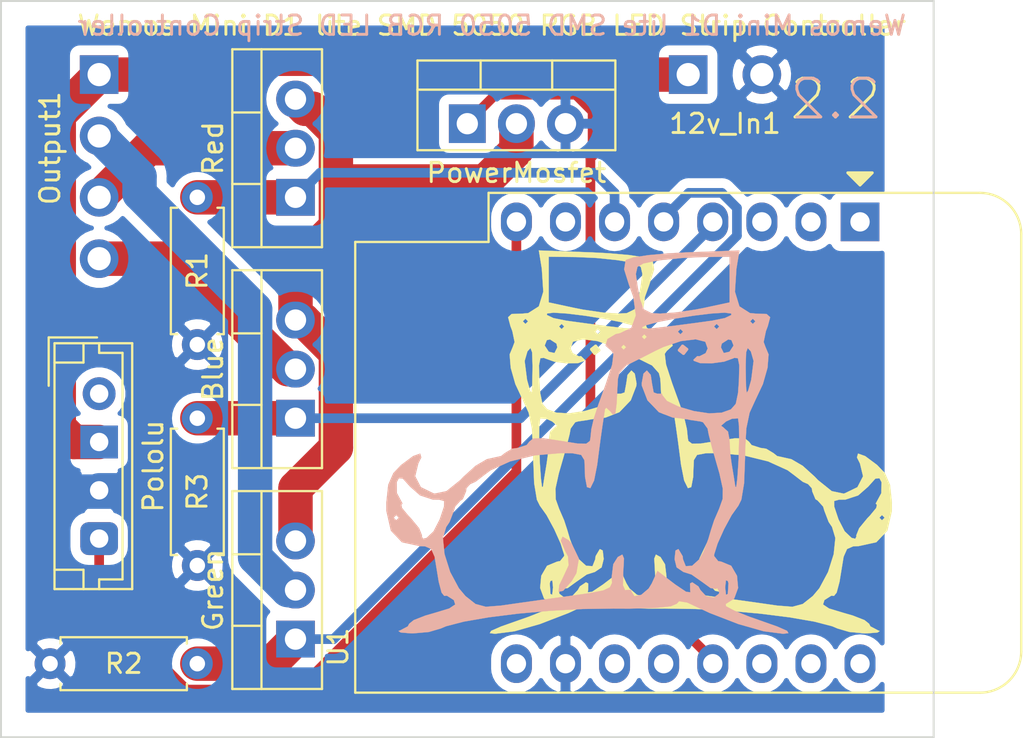
<source format=kicad_pcb>
(kicad_pcb (version 20171130) (host pcbnew "(5.1.2)-2")

  (general
    (thickness 1.6)
    (drawings 8)
    (tracks 76)
    (zones 0)
    (modules 13)
    (nets 12)
  )

  (page A4)
  (layers
    (0 F.Cu signal)
    (31 B.Cu signal)
    (32 B.Adhes user)
    (33 F.Adhes user)
    (34 B.Paste user)
    (35 F.Paste user)
    (36 B.SilkS user)
    (37 F.SilkS user)
    (38 B.Mask user)
    (39 F.Mask user)
    (40 Dwgs.User user)
    (41 Cmts.User user)
    (42 Eco1.User user)
    (43 Eco2.User user)
    (44 Edge.Cuts user)
    (45 Margin user)
    (46 B.CrtYd user)
    (47 F.CrtYd user)
    (48 B.Fab user)
    (49 F.Fab user)
  )

  (setup
    (last_trace_width 1.78)
    (user_trace_width 0.5)
    (user_trace_width 1.78)
    (trace_clearance 0.2)
    (zone_clearance 0.508)
    (zone_45_only no)
    (trace_min 0.2)
    (via_size 0.8)
    (via_drill 0.4)
    (via_min_size 0.4)
    (via_min_drill 0.3)
    (uvia_size 0.3)
    (uvia_drill 0.1)
    (uvias_allowed no)
    (uvia_min_size 0.2)
    (uvia_min_drill 0.1)
    (edge_width 0.05)
    (segment_width 0.2)
    (pcb_text_width 0.3)
    (pcb_text_size 1.5 1.5)
    (mod_edge_width 0.12)
    (mod_text_size 1 1)
    (mod_text_width 0.15)
    (pad_size 1.99898 1.99898)
    (pad_drill 1.2)
    (pad_to_mask_clearance 0.051)
    (solder_mask_min_width 0.25)
    (aux_axis_origin 114.3 105.41)
    (grid_origin 114.3 105.41)
    (visible_elements 7FFFFFFF)
    (pcbplotparams
      (layerselection 0x010fc_ffffffff)
      (usegerberextensions false)
      (usegerberattributes false)
      (usegerberadvancedattributes false)
      (creategerberjobfile false)
      (excludeedgelayer true)
      (linewidth 0.100000)
      (plotframeref false)
      (viasonmask false)
      (mode 1)
      (useauxorigin false)
      (hpglpennumber 1)
      (hpglpenspeed 20)
      (hpglpendiameter 15.000000)
      (psnegative false)
      (psa4output false)
      (plotreference true)
      (plotvalue true)
      (plotinvisibletext false)
      (padsonsilk false)
      (subtractmaskfromsilk false)
      (outputformat 1)
      (mirror false)
      (drillshape 0)
      (scaleselection 1)
      (outputdirectory ""))
  )

  (net 0 "")
  (net 1 "Net-(Blue1-Pad1)")
  (net 2 "Net-(Green1-Pad1)")
  (net 3 GND)
  (net 4 "Net-(R1-Pad2)")
  (net 5 +12V)
  (net 6 "Net-(Blue1-Pad3)")
  (net 7 "Net-(Output1-Pad3)")
  (net 8 "Net-(Blue1-Pad2)")
  (net 9 "Net-(Green1-Pad2)")
  (net 10 "Net-(Pololu1-Pad4)")
  (net 11 "Net-(PowerMosfet1-Pad1)")

  (net_class Default "This is the default net class."
    (clearance 0.2)
    (trace_width 0.25)
    (via_dia 0.8)
    (via_drill 0.4)
    (uvia_dia 0.3)
    (uvia_drill 0.1)
    (add_net +12V)
    (add_net GND)
    (add_net "Net-(Blue1-Pad1)")
    (add_net "Net-(Blue1-Pad2)")
    (add_net "Net-(Blue1-Pad3)")
    (add_net "Net-(Green1-Pad1)")
    (add_net "Net-(Green1-Pad2)")
    (add_net "Net-(Output1-Pad3)")
    (add_net "Net-(Pololu1-Pad4)")
    (add_net "Net-(PowerMosfet1-Pad1)")
    (add_net "Net-(R1-Pad2)")
  )

  (module fossil:fossil (layer B.Cu) (tedit 5D3263A9) (tstamp 5D37DD0E)
    (at 156.21 95.25 180)
    (fp_text reference G*** (at 0 0) (layer F.SilkS) hide
      (effects (font (size 1.524 1.524) (thickness 0.3)))
    )
    (fp_text value LOGO (at 0.75 0) (layer F.SilkS) hide
      (effects (font (size 1.524 1.524) (thickness 0.3)))
    )
    (fp_poly (pts (xy 7.575412 9.001238) (xy 7.499233 7.816522) (xy 7.730489 7.05842) (xy 8.275752 6.711471)
      (xy 8.560884 6.68421) (xy 9.138869 6.662444) (xy 9.320919 6.495598) (xy 9.197507 6.031354)
      (xy 9.100743 5.775292) (xy 8.984026 5.212607) (xy 9.080834 4.952306) (xy 9.240097 4.570804)
      (xy 9.184441 3.877309) (xy 8.944726 3.034736) (xy 8.564749 2.227772) (xy 8.258464 1.559886)
      (xy 8.088322 0.74734) (xy 8.024151 -0.377795) (xy 8.021053 -0.79829) (xy 7.972176 -2.094009)
      (xy 7.830225 -2.946862) (xy 7.676698 -3.256165) (xy 7.329913 -3.743075) (xy 6.936334 -4.468478)
      (xy 6.599686 -5.218351) (xy 6.423699 -5.778668) (xy 6.416842 -5.85567) (xy 6.630442 -6.12213)
      (xy 6.785157 -6.149474) (xy 7.304997 -6.36378) (xy 7.604141 -6.880379) (xy 7.662444 -7.50979)
      (xy 7.459765 -8.062533) (xy 7.018239 -8.341928) (xy 7.0351 -8.458974) (xy 7.47654 -8.693491)
      (xy 8.256665 -9.003698) (xy 8.689474 -9.154881) (xy 9.684675 -9.50595) (xy 10.198739 -9.731867)
      (xy 10.265495 -9.851548) (xy 9.993089 -9.88391) (xy 8.989377 -9.754827) (xy 7.675295 -9.381011)
      (xy 6.189739 -8.807733) (xy 5.032225 -8.266869) (xy 4.603933 -8.197101) (xy 4.487917 -8.326775)
      (xy 4.173693 -8.46067) (xy 3.354487 -8.546014) (xy 2.058033 -8.580692) (xy 1.193588 -8.577881)
      (xy -0.386287 -8.600726) (xy -2.064251 -8.693318) (xy -3.724876 -8.842294) (xy -5.252737 -9.034291)
      (xy -6.532408 -9.255946) (xy -7.448461 -9.493896) (xy -7.7262 -9.610554) (xy -8.343141 -9.791387)
      (xy -9.160931 -9.86332) (xy -9.273475 -9.861617) (xy -9.800528 -9.816663) (xy -9.911417 -9.74063)
      (xy -9.825789 -9.708328) (xy -9.429505 -9.499937) (xy -9.357894 -9.362998) (xy -9.122736 -9.175484)
      (xy -8.521478 -8.940624) (xy -8.050643 -8.804904) (xy -7.285858 -8.57328) (xy -6.976852 -8.367226)
      (xy -7.048012 -8.139838) (xy -7.406599 -7.911792) (xy -7.542712 -7.924755) (xy -7.681009 -7.754054)
      (xy -7.830033 -7.192046) (xy -7.911368 -6.693534) (xy -8.042336 -5.896502) (xy -8.219723 -5.497076)
      (xy -8.534501 -5.359984) (xy -8.816693 -5.347369) (xy -9.733132 -5.148397) (xy -10.304944 -4.546783)
      (xy -10.459004 -3.876842) (xy -10.16 -3.876842) (xy -10.026315 -4.010526) (xy -9.892631 -3.876842)
      (xy -10.026315 -3.743158) (xy -10.16 -3.876842) (xy -10.459004 -3.876842) (xy -10.537504 -3.53548)
      (xy -10.539925 -3.088202) (xy -10.442157 -2.17458) (xy -10.382696 -2.039359) (xy -10.002403 -2.039359)
      (xy -9.993081 -2.602852) (xy -9.864506 -2.841257) (xy -9.701664 -3.145472) (xy -9.762669 -3.208421)
      (xy -9.729915 -3.370617) (xy -9.39646 -3.77368) (xy -9.264844 -3.909127) (xy -8.844233 -4.420328)
      (xy -8.693552 -4.794939) (xy -8.707534 -4.841854) (xy -8.642908 -4.966904) (xy -8.4801 -4.927907)
      (xy -7.612469 -4.927907) (xy -7.52738 -5.762666) (xy -7.235235 -6.687375) (xy -6.784767 -7.527233)
      (xy -6.445829 -7.930106) (xy -5.925317 -8.341829) (xy -5.393043 -8.485538) (xy -4.603818 -8.423828)
      (xy -4.545263 -8.415302) (xy -3.696428 -8.293319) (xy -2.541159 -8.131381) (xy -1.302992 -7.960765)
      (xy -1.069473 -7.928951) (xy 0.026553 -7.772582) (xy 0.692883 -7.638386) (xy 1.030202 -7.480424)
      (xy 1.139196 -7.252756) (xy 1.122799 -6.928693) (xy 1.200669 -6.284836) (xy 1.432826 -5.913394)
      (xy 1.671906 -5.781689) (xy 1.757379 -5.990265) (xy 1.722895 -6.630251) (xy 1.717698 -6.684859)
      (xy 1.702203 -7.375615) (xy 1.8182 -7.633894) (xy 1.875566 -7.617536) (xy 2.120151 -7.616676)
      (xy 2.138948 -7.693344) (xy 2.295052 -7.940821) (xy 2.649819 -7.867895) (xy 3.032926 -7.541196)
      (xy 3.192284 -7.281276) (xy 3.488742 -6.630622) (xy 4.413574 -7.336026) (xy 4.973415 -7.711081)
      (xy 5.197469 -7.734854) (xy 5.180597 -7.630188) (xy 5.17389 -7.279928) (xy 5.290158 -7.218947)
      (xy 5.608189 -7.432414) (xy 5.711425 -7.62) (xy 6.00898 -7.936974) (xy 6.408651 -8.007744)
      (xy 6.669078 -7.810199) (xy 6.684211 -7.709123) (xy 6.584459 -7.521099) (xy 6.522065 -7.559338)
      (xy 6.235991 -7.517479) (xy 6.193128 -7.486316) (xy 6.993795 -7.486316) (xy 7.035813 -7.86588)
      (xy 7.128652 -7.820526) (xy 7.163966 -7.273131) (xy 7.128652 -7.152105) (xy 7.031065 -7.118518)
      (xy 6.993795 -7.486316) (xy 6.193128 -7.486316) (xy 5.803229 -7.202847) (xy 5.252075 -6.818086)
      (xy 4.829059 -6.684022) (xy 4.480187 -6.448644) (xy 4.373131 -6.01737) (xy 4.422906 -5.573788)
      (xy 4.573658 -5.498601) (xy 4.793103 -5.867378) (xy 4.812632 -6.031569) (xy 4.952904 -6.384379)
      (xy 5.281575 -6.364058) (xy 5.660433 -6.020871) (xy 5.868508 -5.647564) (xy 6.119874 -4.979991)
      (xy 6.257636 -4.511248) (xy 6.420576 -4.012452) (xy 6.679281 -3.416595) (xy 6.85869 -2.914194)
      (xy 6.867233 -2.366841) (xy 6.695675 -1.587168) (xy 6.567276 -1.143963) (xy 6.31515 -0.261808)
      (xy 6.138111 0.435264) (xy 6.08223 0.735263) (xy 5.976986 0.880715) (xy 6.78325 0.880715)
      (xy 6.881742 0.810236) (xy 7.138918 0.577369) (xy 7.209473 0.200526) (xy 7.25523 -0.560715)
      (xy 7.323871 -1.069474) (xy 7.448937 -1.821983) (xy 7.517161 -2.272632) (xy 7.563476 -2.291643)
      (xy 7.618965 -1.86418) (xy 7.673323 -1.078148) (xy 7.685489 -0.836749) (xy 7.714628 0.133781)
      (xy 7.705734 0.875707) (xy 7.66106 1.246119) (xy 7.652417 1.259864) (xy 7.352706 1.245721)
      (xy 7.038475 1.102112) (xy 6.78325 0.880715) (xy 5.976986 0.880715) (xy 5.845064 1.063037)
      (xy 5.70386 1.102895) (xy 5.173561 1.1822) (xy 5.08 1.203158) (xy 4.603598 1.275331)
      (xy 4.277895 1.303421) (xy 3.562836 1.581629) (xy 2.971216 2.195955) (xy 2.680442 2.95051)
      (xy 2.673685 3.074737) (xy 2.765208 3.577205) (xy 2.941053 3.743158) (xy 3.140336 3.513876)
      (xy 3.208421 3.058957) (xy 3.293294 2.60406) (xy 3.47579 2.54) (xy 3.723066 2.539624)
      (xy 3.743158 2.458419) (xy 3.98096 2.161355) (xy 4.579433 1.872488) (xy 5.36618 1.642207)
      (xy 6.168801 1.5209) (xy 6.814897 1.558954) (xy 6.817895 1.55975) (xy 7.28953 1.728935)
      (xy 7.540891 2.014811) (xy 7.656951 2.573597) (xy 7.70168 3.184549) (xy 7.722438 3.994519)
      (xy 8.054601 3.994519) (xy 8.056816 3.743158) (xy 8.072042 2.918734) (xy 8.105702 2.585805)
      (xy 8.182925 2.701172) (xy 8.328837 3.221636) (xy 8.338671 3.258589) (xy 8.462399 4.231)
      (xy 8.319169 4.729115) (xy 8.159251 4.901291) (xy 8.07643 4.6766) (xy 8.054601 3.994519)
      (xy 7.722438 3.994519) (xy 7.722668 4.003467) (xy 7.649095 4.3778) (xy 7.461934 4.39234)
      (xy 7.434312 4.376065) (xy 6.93584 4.196325) (xy 6.287904 4.108561) (xy 5.695896 4.120942)
      (xy 5.365209 4.241635) (xy 5.347369 4.293076) (xy 5.547532 4.485116) (xy 5.6657 4.478421)
      (xy 5.98066 4.637885) (xy 6.086357 4.879474) (xy 6.065332 4.938889) (xy 6.773334 4.938889)
      (xy 6.919268 4.643285) (xy 7.215157 4.710777) (xy 7.425044 5.029868) (xy 7.315553 5.310959)
      (xy 7.152106 5.347368) (xy 6.818773 5.132286) (xy 6.773334 4.938889) (xy 6.065332 4.938889)
      (xy 5.963316 5.227176) (xy 5.466576 5.352742) (xy 4.706715 5.26079) (xy 3.794313 4.955943)
      (xy 3.395076 4.767014) (xy 2.634193 4.378044) (xy 2.027855 4.075737) (xy 1.871579 4.000973)
      (xy 1.517416 3.603103) (xy 1.443271 3.311328) (xy 1.408451 2.669349) (xy 1.372335 2.005263)
      (xy 1.307109 1.499909) (xy 1.167325 1.474146) (xy 1.069474 1.60421) (xy 0.840526 1.818263)
      (xy 0.771723 1.737895) (xy 0.704368 1.283127) (xy 0.631998 0.802105) (xy 0.53656 0.124701)
      (xy 0.41671 -0.784735) (xy 0.372184 -1.136316) (xy 0.210586 -1.95338) (xy 0.015868 -2.348948)
      (xy -0.158579 -2.29512) (xy -0.259366 -1.763996) (xy -0.267368 -1.470526) (xy -0.291541 -0.901471)
      (xy -0.459671 -0.627975) (xy -0.915176 -0.541717) (xy -1.506348 -0.534737) (xy -2.85896 -0.650933)
      (xy -4.133033 -0.964499) (xy -5.144204 -1.422897) (xy -5.464626 -1.662693) (xy -5.929106 -2.021071)
      (xy -6.199889 -2.138947) (xy -6.395576 -2.354653) (xy -6.416842 -2.517719) (xy -6.584596 -2.919767)
      (xy -6.69877 -2.990467) (xy -6.981034 -3.30381) (xy -7.044699 -3.520512) (xy -7.267015 -4.099159)
      (xy -7.441766 -4.357901) (xy -7.612469 -4.927907) (xy -8.4801 -4.927907) (xy -8.454674 -4.921817)
      (xy -8.095188 -4.579629) (xy -7.778019 -3.965222) (xy -7.772367 -3.949193) (xy -7.555049 -3.30031)
      (xy -7.551568 -3.013863) (xy -7.815057 -2.942269) (xy -8.135331 -2.941053) (xy -8.795106 -2.724342)
      (xy -9.309963 -2.272839) (xy -9.688261 -1.852296) (xy -9.897996 -1.841518) (xy -10.002403 -2.039359)
      (xy -10.382696 -2.039359) (xy -10.175407 -1.567962) (xy -9.775738 -1.149781) (xy -9.156134 -0.688909)
      (xy -8.78752 -0.557212) (xy -8.73001 -0.760051) (xy -8.885784 -1.070398) (xy -9.046106 -1.732413)
      (xy -8.754075 -2.297619) (xy -8.08977 -2.619639) (xy -8.033067 -2.629044) (xy -7.42822 -2.502309)
      (xy -6.710602 -1.925981) (xy -6.553787 -1.760097) (xy -5.925347 -1.191797) (xy -5.337462 -0.848406)
      (xy -5.126561 -0.802105) (xy -4.601972 -0.68591) (xy -4.411579 -0.534737) (xy -4.032892 -0.306816)
      (xy -3.749659 -0.267369) (xy -3.280484 -0.117874) (xy -3.145998 0.053584) (xy -2.94057 0.220594)
      (xy -2.420579 0.232741) (xy -1.519507 0.099115) (xy -0.656135 -0.038774) (xy -0.192487 -0.044637)
      (xy -0.007292 0.093098) (xy 0.020457 0.246058) (xy 0.068196 0.709094) (xy 0.192587 1.241935)
      (xy 0.434536 1.987846) (xy 0.824411 3.061708) (xy 1.145822 4.048055) (xy 1.212889 4.603023)
      (xy 1.10856 4.755041) (xy 0.889887 4.946316) (xy 1.604211 4.946316) (xy 1.737895 4.812631)
      (xy 1.871579 4.946316) (xy 1.737895 5.08) (xy 1.604211 4.946316) (xy 0.889887 4.946316)
      (xy 0.801984 5.023205) (xy 0.902314 5.365601) (xy 1.095587 5.481053) (xy 2.673685 5.481053)
      (xy 2.807369 5.347368) (xy 2.941053 5.481053) (xy 2.807369 5.614737) (xy 2.673685 5.481053)
      (xy 1.095587 5.481053) (xy 1.334892 5.624001) (xy 1.537369 5.66382) (xy 1.717175 5.748421)
      (xy 4.545264 5.748421) (xy 4.678948 5.614737) (xy 4.812632 5.748421) (xy 4.678948 5.882105)
      (xy 4.545264 5.748421) (xy 1.717175 5.748421) (xy 2.079375 5.91884) (xy 2.691749 5.91884)
      (xy 2.881247 5.90082) (xy 3.337885 5.9349) (xy 4.031249 6.015789) (xy 6.416842 6.015789)
      (xy 6.550527 5.882105) (xy 6.684211 6.015789) (xy 6.550527 6.149474) (xy 6.416842 6.015789)
      (xy 4.031249 6.015789) (xy 4.134403 6.027823) (xy 5.343543 6.186331) (xy 6.057269 6.283158)
      (xy 8.288421 6.283158) (xy 8.422106 6.149474) (xy 8.55579 6.283158) (xy 8.422106 6.416842)
      (xy 8.288421 6.283158) (xy 6.057269 6.283158) (xy 6.30326 6.31653) (xy 6.973363 6.452098)
      (xy 7.308991 6.610067) (xy 7.305891 6.68798) (xy 6.966472 6.731581) (xy 6.260406 6.685335)
      (xy 5.343556 6.573108) (xy 4.371781 6.418765) (xy 3.500942 6.24617) (xy 2.8869 6.07919)
      (xy 2.696652 5.982218) (xy 2.691749 5.91884) (xy 2.079375 5.91884) (xy 2.137478 5.946178)
      (xy 2.373194 6.588274) (xy 2.23725 7.551841) (xy 2.014228 8.174521) (xy 1.83849 8.735793)
      (xy 2.371771 8.735793) (xy 2.465259 8.054696) (xy 2.589235 7.419474) (xy 2.775137 6.906863)
      (xy 3.177502 6.708507) (xy 3.62666 6.68421) (xy 4.433752 6.742493) (xy 5.438748 6.889736)
      (xy 5.868945 6.973734) (xy 7.218948 7.263258) (xy 7.218948 9.625263) (xy 5.815264 9.609855)
      (xy 4.74779 9.560381) (xy 3.696408 9.453636) (xy 3.342106 9.3983) (xy 2.760903 9.278038)
      (xy 2.453888 9.100388) (xy 2.371771 8.735793) (xy 1.83849 8.735793) (xy 1.764217 8.973002)
      (xy 1.840018 9.428675) (xy 1.872312 9.465575) (xy 2.243304 9.59164) (xy 3.022804 9.709961)
      (xy 4.084644 9.804766) (xy 4.941224 9.849172) (xy 7.729764 9.952394) (xy 7.575412 9.001238)) (layer F.SilkS) (width 0.01))
    (fp_poly (pts (xy -1.096102 -5.050698) (xy -0.94153 -5.233202) (xy -0.577711 -5.992953) (xy -0.707946 -6.749835)
      (xy -0.95095 -7.159456) (xy -1.389349 -7.657713) (xy -1.62726 -7.712448) (xy -1.586734 -7.359376)
      (xy -1.391248 -6.957721) (xy -1.106251 -6.342436) (xy -1.133552 -5.889862) (xy -1.288525 -5.594842)
      (xy -1.510837 -5.068579) (xy -1.418712 -4.858032) (xy -1.096102 -5.050698)) (layer F.SilkS) (width 0.01))
    (fp_poly (pts (xy 5.072231 4.876539) (xy 5.08 4.812631) (xy 4.87654 4.553033) (xy 4.812632 4.545263)
      (xy 4.553033 4.748724) (xy 4.545264 4.812631) (xy 4.748724 5.07223) (xy 4.812632 5.08)
      (xy 5.072231 4.876539)) (layer F.SilkS) (width 0.01))
  )

  (module Connector_Wire:SolderWirePad_1x02_P3.81mm_Drill0.8mm (layer F.Cu) (tedit 5D37A739) (tstamp 5D332061)
    (at 156.21 76.2)
    (descr "Wire solder connection")
    (tags connector)
    (path /5D35E8E7)
    (attr virtual)
    (fp_text reference 12v_In1 (at 1.905 2.54) (layer F.SilkS)
      (effects (font (size 1 1) (thickness 0.15)))
    )
    (fp_text value Conn_01x02 (at 1.905 2.54) (layer F.Fab) hide
      (effects (font (size 1 1) (thickness 0.15)))
    )
    (fp_line (start 5.31 1.5) (end -1.49 1.5) (layer F.CrtYd) (width 0.05))
    (fp_line (start 5.31 1.5) (end 5.31 -1.5) (layer F.CrtYd) (width 0.05))
    (fp_line (start -1.49 -1.5) (end -1.49 1.5) (layer F.CrtYd) (width 0.05))
    (fp_line (start -1.49 -1.5) (end 5.31 -1.5) (layer F.CrtYd) (width 0.05))
    (fp_text user %R (at 1.905 0) (layer F.Fab)
      (effects (font (size 1 1) (thickness 0.15)))
    )
    (pad 2 thru_hole circle (at 3.81 0) (size 1.99898 1.99898) (drill 1.2) (layers *.Cu *.Mask)
      (net 3 GND))
    (pad 1 thru_hole rect (at 0 0) (size 1.99898 1.99898) (drill 1.2) (layers *.Cu *.Mask)
      (net 5 +12V))
  )

  (module EndConnectors:Pololu_4Pin_Power (layer F.Cu) (tedit 5D3254CE) (tstamp 5D3336E6)
    (at 125.73 92.71 270)
    (descr "JST EH series connector, B4B-EH-A (http://www.jst-mfg.com/product/pdf/eng/eEH.pdf), generated with kicad-footprint-generator")
    (tags "connector JST EH vertical")
    (path /5D32986D)
    (fp_text reference Pololu (at 3.75 -2.8 90) (layer F.SilkS)
      (effects (font (size 1 1) (thickness 0.15)))
    )
    (fp_text value "Pololu 4 Pin" (at 3.75 3.4 90) (layer F.Fab)
      (effects (font (size 1 1) (thickness 0.15)))
    )
    (fp_line (start -2.5 -1.6) (end -2.5 2.2) (layer F.Fab) (width 0.1))
    (fp_line (start -2.5 2.2) (end 10 2.2) (layer F.Fab) (width 0.1))
    (fp_line (start 10 2.2) (end 10 -1.6) (layer F.Fab) (width 0.1))
    (fp_line (start 10 -1.6) (end -2.5 -1.6) (layer F.Fab) (width 0.1))
    (fp_line (start -3 -2.1) (end -3 2.7) (layer F.CrtYd) (width 0.05))
    (fp_line (start -3 2.7) (end 10.5 2.7) (layer F.CrtYd) (width 0.05))
    (fp_line (start 10.5 2.7) (end 10.5 -2.1) (layer F.CrtYd) (width 0.05))
    (fp_line (start 10.5 -2.1) (end -3 -2.1) (layer F.CrtYd) (width 0.05))
    (fp_line (start -2.61 -1.71) (end -2.61 2.31) (layer F.SilkS) (width 0.12))
    (fp_line (start -2.61 2.31) (end 10.11 2.31) (layer F.SilkS) (width 0.12))
    (fp_line (start 10.11 2.31) (end 10.11 -1.71) (layer F.SilkS) (width 0.12))
    (fp_line (start 10.11 -1.71) (end -2.61 -1.71) (layer F.SilkS) (width 0.12))
    (fp_line (start -2.61 0) (end -2.11 0) (layer F.SilkS) (width 0.12))
    (fp_line (start -2.11 0) (end -2.11 -1.21) (layer F.SilkS) (width 0.12))
    (fp_line (start -2.11 -1.21) (end 9.61 -1.21) (layer F.SilkS) (width 0.12))
    (fp_line (start 9.61 -1.21) (end 9.61 0) (layer F.SilkS) (width 0.12))
    (fp_line (start 9.61 0) (end 10.11 0) (layer F.SilkS) (width 0.12))
    (fp_line (start -2.61 0.81) (end -1.61 0.81) (layer F.SilkS) (width 0.12))
    (fp_line (start -1.61 0.81) (end -1.61 2.31) (layer F.SilkS) (width 0.12))
    (fp_line (start 10.11 0.81) (end 9.11 0.81) (layer F.SilkS) (width 0.12))
    (fp_line (start 9.11 0.81) (end 9.11 2.31) (layer F.SilkS) (width 0.12))
    (fp_line (start -2.91 0.11) (end -2.91 2.61) (layer F.SilkS) (width 0.12))
    (fp_line (start -2.91 2.61) (end -0.41 2.61) (layer F.SilkS) (width 0.12))
    (fp_line (start -2.91 0.11) (end -2.91 2.61) (layer F.Fab) (width 0.1))
    (fp_line (start -2.91 2.61) (end -0.41 2.61) (layer F.Fab) (width 0.1))
    (fp_text user %R (at 3.75 3.81 90) (layer F.Fab)
      (effects (font (size 1 1) (thickness 0.15)))
    )
    (pad 1 thru_hole circle (at 0 0 270) (size 1.7 1.7) (drill 0.95) (layers *.Cu *.Mask))
    (pad 2 thru_hole rect (at 2.5 0 270) (size 1.7 1.95) (drill 0.95) (layers *.Cu *.Mask)
      (net 5 +12V))
    (pad 3 thru_hole circle (at 5 0 270) (size 1.7 1.7) (drill 0.95) (layers *.Cu *.Mask)
      (net 3 GND))
    (pad 4 thru_hole roundrect (at 7.5 0 270) (size 1.7 1.95) (drill 0.95) (layers *.Cu *.Mask) (roundrect_rratio 0.25)
      (net 10 "Net-(Pololu1-Pad4)"))
    (model ${KISYS3DMOD}/Connector_JST.3dshapes/JST_EH_B4B-EH-A_1x04_P2.50mm_Vertical.wrl
      (at (xyz 0 0 0))
      (scale (xyz 1 1 1))
      (rotate (xyz 0 0 0))
    )
  )

  (module Connector_Wire:SolderWirePad_1x04_P3.175mm_Drill0.8mm (layer F.Cu) (tedit 5D37A72D) (tstamp 5D3320F3)
    (at 125.73 76.2 270)
    (descr "Wire solder connection")
    (tags connector)
    (path /5D3D1039)
    (attr virtual)
    (fp_text reference Output1 (at 3.81 2.54 90) (layer F.SilkS)
      (effects (font (size 1 1) (thickness 0.15)))
    )
    (fp_text value Conn_01x04_Male (at 4.7625 3.175 90) (layer F.Fab)
      (effects (font (size 1 1) (thickness 0.15)))
    )
    (fp_line (start 11.02 1.5) (end -1.5 1.5) (layer F.CrtYd) (width 0.05))
    (fp_line (start 11.02 1.5) (end 11.02 -1.5) (layer F.CrtYd) (width 0.05))
    (fp_line (start -1.5 -1.5) (end -1.5 1.5) (layer F.CrtYd) (width 0.05))
    (fp_line (start -1.5 -1.5) (end 11.02 -1.5) (layer F.CrtYd) (width 0.05))
    (fp_text user %R (at 3.81 -0.762 90) (layer F.Fab)
      (effects (font (size 1 1) (thickness 0.15)))
    )
    (pad 4 thru_hole circle (at 9.525 0 270) (size 1.99898 1.99898) (drill 1.2) (layers *.Cu *.Mask)
      (net 8 "Net-(Blue1-Pad2)"))
    (pad 3 thru_hole circle (at 6.35 0 270) (size 1.99898 1.99898) (drill 1.2) (layers *.Cu *.Mask)
      (net 7 "Net-(Output1-Pad3)"))
    (pad 2 thru_hole circle (at 3.175 0 270) (size 1.99898 1.99898) (drill 1.2) (layers *.Cu *.Mask)
      (net 9 "Net-(Green1-Pad2)"))
    (pad 1 thru_hole rect (at 0 0 270) (size 1.99898 1.99898) (drill 1.2) (layers *.Cu *.Mask)
      (net 5 +12V))
  )

  (module Package_TO_SOT_THT:TO-220-3_Vertical (layer F.Cu) (tedit 5AC8BA0D) (tstamp 5D335884)
    (at 144.78 78.74)
    (descr "TO-220-3, Vertical, RM 2.54mm, see https://www.vishay.com/docs/66542/to-220-1.pdf")
    (tags "TO-220-3 Vertical RM 2.54mm")
    (path /5D33C08F)
    (fp_text reference PowerMosfet (at 2.54 2.54) (layer F.SilkS)
      (effects (font (size 1 1) (thickness 0.15)))
    )
    (fp_text value FQP30N06L (at 2.54 2.54) (layer F.Fab) hide
      (effects (font (size 1 1) (thickness 0.15)))
    )
    (fp_text user %R (at 2.54 2.54) (layer F.Fab)
      (effects (font (size 1 1) (thickness 0.15)))
    )
    (fp_line (start 7.79 -3.4) (end -2.71 -3.4) (layer F.CrtYd) (width 0.05))
    (fp_line (start 7.79 1.51) (end 7.79 -3.4) (layer F.CrtYd) (width 0.05))
    (fp_line (start -2.71 1.51) (end 7.79 1.51) (layer F.CrtYd) (width 0.05))
    (fp_line (start -2.71 -3.4) (end -2.71 1.51) (layer F.CrtYd) (width 0.05))
    (fp_line (start 4.391 -3.27) (end 4.391 -1.76) (layer F.SilkS) (width 0.12))
    (fp_line (start 0.69 -3.27) (end 0.69 -1.76) (layer F.SilkS) (width 0.12))
    (fp_line (start -2.58 -1.76) (end 7.66 -1.76) (layer F.SilkS) (width 0.12))
    (fp_line (start 7.66 -3.27) (end 7.66 1.371) (layer F.SilkS) (width 0.12))
    (fp_line (start -2.58 -3.27) (end -2.58 1.371) (layer F.SilkS) (width 0.12))
    (fp_line (start -2.58 1.371) (end 7.66 1.371) (layer F.SilkS) (width 0.12))
    (fp_line (start -2.58 -3.27) (end 7.66 -3.27) (layer F.SilkS) (width 0.12))
    (fp_line (start 4.39 -3.15) (end 4.39 -1.88) (layer F.Fab) (width 0.1))
    (fp_line (start 0.69 -3.15) (end 0.69 -1.88) (layer F.Fab) (width 0.1))
    (fp_line (start -2.46 -1.88) (end 7.54 -1.88) (layer F.Fab) (width 0.1))
    (fp_line (start 7.54 -3.15) (end -2.46 -3.15) (layer F.Fab) (width 0.1))
    (fp_line (start 7.54 1.25) (end 7.54 -3.15) (layer F.Fab) (width 0.1))
    (fp_line (start -2.46 1.25) (end 7.54 1.25) (layer F.Fab) (width 0.1))
    (fp_line (start -2.46 -3.15) (end -2.46 1.25) (layer F.Fab) (width 0.1))
    (pad 3 thru_hole oval (at 5.08 0) (size 1.905 2) (drill 1.1) (layers *.Cu *.Mask)
      (net 3 GND))
    (pad 2 thru_hole oval (at 2.54 0) (size 1.905 2) (drill 1.1) (layers *.Cu *.Mask)
      (net 6 "Net-(Blue1-Pad3)"))
    (pad 1 thru_hole rect (at 0 0) (size 1.905 2) (drill 1.1) (layers *.Cu *.Mask)
      (net 11 "Net-(PowerMosfet1-Pad1)"))
    (model ${KISYS3DMOD}/Package_TO_SOT_THT.3dshapes/TO-220-3_Vertical.wrl
      (at (xyz 0 0 0))
      (scale (xyz 1 1 1))
      (rotate (xyz 0 0 0))
    )
  )

  (module Resistor_THT:R_Axial_DIN0207_L6.3mm_D2.5mm_P7.62mm_Horizontal (layer F.Cu) (tedit 5AE5139B) (tstamp 5D32C056)
    (at 130.81 101.6 90)
    (descr "Resistor, Axial_DIN0207 series, Axial, Horizontal, pin pitch=7.62mm, 0.25W = 1/4W, length*diameter=6.3*2.5mm^2, http://cdn-reichelt.de/documents/datenblatt/B400/1_4W%23YAG.pdf")
    (tags "Resistor Axial_DIN0207 series Axial Horizontal pin pitch 7.62mm 0.25W = 1/4W length 6.3mm diameter 2.5mm")
    (path /5D33ED1D)
    (fp_text reference R3 (at 3.81 0 90) (layer F.SilkS)
      (effects (font (size 1 1) (thickness 0.15)))
    )
    (fp_text value R (at 3.81 2.37 90) (layer F.Fab) hide
      (effects (font (size 1 1) (thickness 0.15)))
    )
    (fp_text user %R (at 3.81 0 90) (layer F.Fab)
      (effects (font (size 1 1) (thickness 0.15)))
    )
    (fp_line (start 8.67 -1.5) (end -1.05 -1.5) (layer F.CrtYd) (width 0.05))
    (fp_line (start 8.67 1.5) (end 8.67 -1.5) (layer F.CrtYd) (width 0.05))
    (fp_line (start -1.05 1.5) (end 8.67 1.5) (layer F.CrtYd) (width 0.05))
    (fp_line (start -1.05 -1.5) (end -1.05 1.5) (layer F.CrtYd) (width 0.05))
    (fp_line (start 7.08 1.37) (end 7.08 1.04) (layer F.SilkS) (width 0.12))
    (fp_line (start 0.54 1.37) (end 7.08 1.37) (layer F.SilkS) (width 0.12))
    (fp_line (start 0.54 1.04) (end 0.54 1.37) (layer F.SilkS) (width 0.12))
    (fp_line (start 7.08 -1.37) (end 7.08 -1.04) (layer F.SilkS) (width 0.12))
    (fp_line (start 0.54 -1.37) (end 7.08 -1.37) (layer F.SilkS) (width 0.12))
    (fp_line (start 0.54 -1.04) (end 0.54 -1.37) (layer F.SilkS) (width 0.12))
    (fp_line (start 7.62 0) (end 6.96 0) (layer F.Fab) (width 0.1))
    (fp_line (start 0 0) (end 0.66 0) (layer F.Fab) (width 0.1))
    (fp_line (start 6.96 -1.25) (end 0.66 -1.25) (layer F.Fab) (width 0.1))
    (fp_line (start 6.96 1.25) (end 6.96 -1.25) (layer F.Fab) (width 0.1))
    (fp_line (start 0.66 1.25) (end 6.96 1.25) (layer F.Fab) (width 0.1))
    (fp_line (start 0.66 -1.25) (end 0.66 1.25) (layer F.Fab) (width 0.1))
    (pad 2 thru_hole oval (at 7.62 0 90) (size 1.6 1.6) (drill 0.8) (layers *.Cu *.Mask)
      (net 1 "Net-(Blue1-Pad1)"))
    (pad 1 thru_hole circle (at 0 0 90) (size 1.6 1.6) (drill 0.8) (layers *.Cu *.Mask)
      (net 3 GND))
    (model ${KISYS3DMOD}/Resistor_THT.3dshapes/R_Axial_DIN0207_L6.3mm_D2.5mm_P7.62mm_Horizontal.wrl
      (at (xyz 0 0 0))
      (scale (xyz 1 1 1))
      (rotate (xyz 0 0 0))
    )
  )

  (module Resistor_THT:R_Axial_DIN0207_L6.3mm_D2.5mm_P7.62mm_Horizontal (layer F.Cu) (tedit 5AE5139B) (tstamp 5D32C03F)
    (at 123.19 106.68)
    (descr "Resistor, Axial_DIN0207 series, Axial, Horizontal, pin pitch=7.62mm, 0.25W = 1/4W, length*diameter=6.3*2.5mm^2, http://cdn-reichelt.de/documents/datenblatt/B400/1_4W%23YAG.pdf")
    (tags "Resistor Axial_DIN0207 series Axial Horizontal pin pitch 7.62mm 0.25W = 1/4W length 6.3mm diameter 2.5mm")
    (path /5D33E1E2)
    (fp_text reference R2 (at 3.81 0) (layer F.SilkS)
      (effects (font (size 1 1) (thickness 0.15)))
    )
    (fp_text value R (at 3.81 2.37) (layer F.Fab)
      (effects (font (size 1 1) (thickness 0.15)))
    )
    (fp_text user %R (at 3.81 0) (layer F.Fab)
      (effects (font (size 1 1) (thickness 0.15)))
    )
    (fp_line (start 8.67 -1.5) (end -1.05 -1.5) (layer F.CrtYd) (width 0.05))
    (fp_line (start 8.67 1.5) (end 8.67 -1.5) (layer F.CrtYd) (width 0.05))
    (fp_line (start -1.05 1.5) (end 8.67 1.5) (layer F.CrtYd) (width 0.05))
    (fp_line (start -1.05 -1.5) (end -1.05 1.5) (layer F.CrtYd) (width 0.05))
    (fp_line (start 7.08 1.37) (end 7.08 1.04) (layer F.SilkS) (width 0.12))
    (fp_line (start 0.54 1.37) (end 7.08 1.37) (layer F.SilkS) (width 0.12))
    (fp_line (start 0.54 1.04) (end 0.54 1.37) (layer F.SilkS) (width 0.12))
    (fp_line (start 7.08 -1.37) (end 7.08 -1.04) (layer F.SilkS) (width 0.12))
    (fp_line (start 0.54 -1.37) (end 7.08 -1.37) (layer F.SilkS) (width 0.12))
    (fp_line (start 0.54 -1.04) (end 0.54 -1.37) (layer F.SilkS) (width 0.12))
    (fp_line (start 7.62 0) (end 6.96 0) (layer F.Fab) (width 0.1))
    (fp_line (start 0 0) (end 0.66 0) (layer F.Fab) (width 0.1))
    (fp_line (start 6.96 -1.25) (end 0.66 -1.25) (layer F.Fab) (width 0.1))
    (fp_line (start 6.96 1.25) (end 6.96 -1.25) (layer F.Fab) (width 0.1))
    (fp_line (start 0.66 1.25) (end 6.96 1.25) (layer F.Fab) (width 0.1))
    (fp_line (start 0.66 -1.25) (end 0.66 1.25) (layer F.Fab) (width 0.1))
    (pad 2 thru_hole oval (at 7.62 0) (size 1.6 1.6) (drill 0.8) (layers *.Cu *.Mask)
      (net 2 "Net-(Green1-Pad1)"))
    (pad 1 thru_hole circle (at 0 0) (size 1.6 1.6) (drill 0.8) (layers *.Cu *.Mask)
      (net 3 GND))
    (model ${KISYS3DMOD}/Resistor_THT.3dshapes/R_Axial_DIN0207_L6.3mm_D2.5mm_P7.62mm_Horizontal.wrl
      (at (xyz 0 0 0))
      (scale (xyz 1 1 1))
      (rotate (xyz 0 0 0))
    )
  )

  (module Resistor_THT:R_Axial_DIN0207_L6.3mm_D2.5mm_P7.62mm_Horizontal (layer F.Cu) (tedit 5AE5139B) (tstamp 5D32C028)
    (at 130.81 90.17 90)
    (descr "Resistor, Axial_DIN0207 series, Axial, Horizontal, pin pitch=7.62mm, 0.25W = 1/4W, length*diameter=6.3*2.5mm^2, http://cdn-reichelt.de/documents/datenblatt/B400/1_4W%23YAG.pdf")
    (tags "Resistor Axial_DIN0207 series Axial Horizontal pin pitch 7.62mm 0.25W = 1/4W length 6.3mm diameter 2.5mm")
    (path /5D33F16C)
    (fp_text reference R1 (at 3.81 0 90) (layer F.SilkS)
      (effects (font (size 1 1) (thickness 0.15)))
    )
    (fp_text value R (at 3.81 2.37 90) (layer F.Fab)
      (effects (font (size 1 1) (thickness 0.15)))
    )
    (fp_text user %R (at 3.81 0 90) (layer F.Fab)
      (effects (font (size 1 1) (thickness 0.15)))
    )
    (fp_line (start 8.67 -1.5) (end -1.05 -1.5) (layer F.CrtYd) (width 0.05))
    (fp_line (start 8.67 1.5) (end 8.67 -1.5) (layer F.CrtYd) (width 0.05))
    (fp_line (start -1.05 1.5) (end 8.67 1.5) (layer F.CrtYd) (width 0.05))
    (fp_line (start -1.05 -1.5) (end -1.05 1.5) (layer F.CrtYd) (width 0.05))
    (fp_line (start 7.08 1.37) (end 7.08 1.04) (layer F.SilkS) (width 0.12))
    (fp_line (start 0.54 1.37) (end 7.08 1.37) (layer F.SilkS) (width 0.12))
    (fp_line (start 0.54 1.04) (end 0.54 1.37) (layer F.SilkS) (width 0.12))
    (fp_line (start 7.08 -1.37) (end 7.08 -1.04) (layer F.SilkS) (width 0.12))
    (fp_line (start 0.54 -1.37) (end 7.08 -1.37) (layer F.SilkS) (width 0.12))
    (fp_line (start 0.54 -1.04) (end 0.54 -1.37) (layer F.SilkS) (width 0.12))
    (fp_line (start 7.62 0) (end 6.96 0) (layer F.Fab) (width 0.1))
    (fp_line (start 0 0) (end 0.66 0) (layer F.Fab) (width 0.1))
    (fp_line (start 6.96 -1.25) (end 0.66 -1.25) (layer F.Fab) (width 0.1))
    (fp_line (start 6.96 1.25) (end 6.96 -1.25) (layer F.Fab) (width 0.1))
    (fp_line (start 0.66 1.25) (end 6.96 1.25) (layer F.Fab) (width 0.1))
    (fp_line (start 0.66 -1.25) (end 0.66 1.25) (layer F.Fab) (width 0.1))
    (pad 2 thru_hole oval (at 7.62 0 90) (size 1.6 1.6) (drill 0.8) (layers *.Cu *.Mask)
      (net 4 "Net-(R1-Pad2)"))
    (pad 1 thru_hole circle (at 0 0 90) (size 1.6 1.6) (drill 0.8) (layers *.Cu *.Mask)
      (net 3 GND))
    (model ${KISYS3DMOD}/Resistor_THT.3dshapes/R_Axial_DIN0207_L6.3mm_D2.5mm_P7.62mm_Horizontal.wrl
      (at (xyz 0 0 0))
      (scale (xyz 1 1 1))
      (rotate (xyz 0 0 0))
    )
  )

  (module Package_TO_SOT_THT:TO-220-3_Vertical (layer F.Cu) (tedit 5AC8BA0D) (tstamp 5D324274)
    (at 135.89 93.98 90)
    (descr "TO-220-3, Vertical, RM 2.54mm, see https://www.vishay.com/docs/66542/to-220-1.pdf")
    (tags "TO-220-3 Vertical RM 2.54mm")
    (path /5D33012D)
    (fp_text reference Blue (at 2.54 -4.27 90) (layer F.SilkS)
      (effects (font (size 1 1) (thickness 0.15)))
    )
    (fp_text value FQP30N06L (at 2.54 2.5 90) (layer F.Fab) hide
      (effects (font (size 1 1) (thickness 0.15)))
    )
    (fp_text user %R (at 2.54 -4.27 90) (layer F.Fab)
      (effects (font (size 1 1) (thickness 0.15)))
    )
    (fp_line (start 7.79 -3.4) (end -2.71 -3.4) (layer F.CrtYd) (width 0.05))
    (fp_line (start 7.79 1.51) (end 7.79 -3.4) (layer F.CrtYd) (width 0.05))
    (fp_line (start -2.71 1.51) (end 7.79 1.51) (layer F.CrtYd) (width 0.05))
    (fp_line (start -2.71 -3.4) (end -2.71 1.51) (layer F.CrtYd) (width 0.05))
    (fp_line (start 4.391 -3.27) (end 4.391 -1.76) (layer F.SilkS) (width 0.12))
    (fp_line (start 0.69 -3.27) (end 0.69 -1.76) (layer F.SilkS) (width 0.12))
    (fp_line (start -2.58 -1.76) (end 7.66 -1.76) (layer F.SilkS) (width 0.12))
    (fp_line (start 7.66 -3.27) (end 7.66 1.371) (layer F.SilkS) (width 0.12))
    (fp_line (start -2.58 -3.27) (end -2.58 1.371) (layer F.SilkS) (width 0.12))
    (fp_line (start -2.58 1.371) (end 7.66 1.371) (layer F.SilkS) (width 0.12))
    (fp_line (start -2.58 -3.27) (end 7.66 -3.27) (layer F.SilkS) (width 0.12))
    (fp_line (start 4.39 -3.15) (end 4.39 -1.88) (layer F.Fab) (width 0.1))
    (fp_line (start 0.69 -3.15) (end 0.69 -1.88) (layer F.Fab) (width 0.1))
    (fp_line (start -2.46 -1.88) (end 7.54 -1.88) (layer F.Fab) (width 0.1))
    (fp_line (start 7.54 -3.15) (end -2.46 -3.15) (layer F.Fab) (width 0.1))
    (fp_line (start 7.54 1.25) (end 7.54 -3.15) (layer F.Fab) (width 0.1))
    (fp_line (start -2.46 1.25) (end 7.54 1.25) (layer F.Fab) (width 0.1))
    (fp_line (start -2.46 -3.15) (end -2.46 1.25) (layer F.Fab) (width 0.1))
    (pad 3 thru_hole oval (at 5.08 0 90) (size 1.905 2) (drill 1.1) (layers *.Cu *.Mask)
      (net 6 "Net-(Blue1-Pad3)"))
    (pad 2 thru_hole oval (at 2.54 0 90) (size 1.905 2) (drill 1.1) (layers *.Cu *.Mask)
      (net 8 "Net-(Blue1-Pad2)"))
    (pad 1 thru_hole rect (at 0 0 90) (size 1.905 2) (drill 1.1) (layers *.Cu *.Mask)
      (net 1 "Net-(Blue1-Pad1)"))
    (model ${KISYS3DMOD}/Package_TO_SOT_THT.3dshapes/TO-220-3_Vertical.wrl
      (at (xyz 0 0 0))
      (scale (xyz 1 1 1))
      (rotate (xyz 0 0 0))
    )
  )

  (module Package_TO_SOT_THT:TO-220-3_Vertical (layer F.Cu) (tedit 5AC8BA0D) (tstamp 5D32425A)
    (at 135.89 82.55 90)
    (descr "TO-220-3, Vertical, RM 2.54mm, see https://www.vishay.com/docs/66542/to-220-1.pdf")
    (tags "TO-220-3 Vertical RM 2.54mm")
    (path /5D330C25)
    (fp_text reference Red (at 2.54 -4.27 90) (layer F.SilkS)
      (effects (font (size 1 1) (thickness 0.15)))
    )
    (fp_text value FQP30N06L (at 2.54 2.5 90) (layer F.Fab)
      (effects (font (size 1 1) (thickness 0.15)))
    )
    (fp_text user %R (at 2.54 -4.27 90) (layer F.Fab)
      (effects (font (size 1 1) (thickness 0.15)))
    )
    (fp_line (start 7.79 -3.4) (end -2.71 -3.4) (layer F.CrtYd) (width 0.05))
    (fp_line (start 7.79 1.51) (end 7.79 -3.4) (layer F.CrtYd) (width 0.05))
    (fp_line (start -2.71 1.51) (end 7.79 1.51) (layer F.CrtYd) (width 0.05))
    (fp_line (start -2.71 -3.4) (end -2.71 1.51) (layer F.CrtYd) (width 0.05))
    (fp_line (start 4.391 -3.27) (end 4.391 -1.76) (layer F.SilkS) (width 0.12))
    (fp_line (start 0.69 -3.27) (end 0.69 -1.76) (layer F.SilkS) (width 0.12))
    (fp_line (start -2.58 -1.76) (end 7.66 -1.76) (layer F.SilkS) (width 0.12))
    (fp_line (start 7.66 -3.27) (end 7.66 1.371) (layer F.SilkS) (width 0.12))
    (fp_line (start -2.58 -3.27) (end -2.58 1.371) (layer F.SilkS) (width 0.12))
    (fp_line (start -2.58 1.371) (end 7.66 1.371) (layer F.SilkS) (width 0.12))
    (fp_line (start -2.58 -3.27) (end 7.66 -3.27) (layer F.SilkS) (width 0.12))
    (fp_line (start 4.39 -3.15) (end 4.39 -1.88) (layer F.Fab) (width 0.1))
    (fp_line (start 0.69 -3.15) (end 0.69 -1.88) (layer F.Fab) (width 0.1))
    (fp_line (start -2.46 -1.88) (end 7.54 -1.88) (layer F.Fab) (width 0.1))
    (fp_line (start 7.54 -3.15) (end -2.46 -3.15) (layer F.Fab) (width 0.1))
    (fp_line (start 7.54 1.25) (end 7.54 -3.15) (layer F.Fab) (width 0.1))
    (fp_line (start -2.46 1.25) (end 7.54 1.25) (layer F.Fab) (width 0.1))
    (fp_line (start -2.46 -3.15) (end -2.46 1.25) (layer F.Fab) (width 0.1))
    (pad 3 thru_hole oval (at 5.08 0 90) (size 1.905 2) (drill 1.1) (layers *.Cu *.Mask)
      (net 6 "Net-(Blue1-Pad3)"))
    (pad 2 thru_hole oval (at 2.54 0 90) (size 1.905 2) (drill 1.1) (layers *.Cu *.Mask)
      (net 7 "Net-(Output1-Pad3)"))
    (pad 1 thru_hole rect (at 0 0 90) (size 1.905 2) (drill 1.1) (layers *.Cu *.Mask)
      (net 4 "Net-(R1-Pad2)"))
    (model ${KISYS3DMOD}/Package_TO_SOT_THT.3dshapes/TO-220-3_Vertical.wrl
      (at (xyz 0 0 0))
      (scale (xyz 1 1 1))
      (rotate (xyz 0 0 0))
    )
  )

  (module Module:WEMOS_D1_mini_light (layer F.Cu) (tedit 5BBFB1CE) (tstamp 5D32326F)
    (at 165.1 83.82 270)
    (descr "16-pin module, column spacing 22.86 mm (900 mils), https://wiki.wemos.cc/products:d1:d1_mini, https://c1.staticflickr.com/1/734/31400410271_f278b087db_z.jpg")
    (tags "ESP8266 WiFi microcontroller")
    (path /5D320E3A)
    (fp_text reference U1 (at 22 27 90) (layer F.SilkS)
      (effects (font (size 1 1) (thickness 0.15)))
    )
    (fp_text value WeMos_D1_mini (at 11.7 0 90) (layer F.Fab)
      (effects (font (size 1 1) (thickness 0.15)))
    )
    (fp_text user "No copper" (at 11.43 -3.81 90) (layer Cmts.User)
      (effects (font (size 1 1) (thickness 0.15)))
    )
    (fp_text user "KEEP OUT" (at 11.43 -6.35 90) (layer Cmts.User)
      (effects (font (size 1 1) (thickness 0.15)))
    )
    (fp_arc (start 22.23 -6.21) (end 24.36 -6.21) (angle -90) (layer F.SilkS) (width 0.12))
    (fp_arc (start 0.63 -6.21) (end 0.63 -8.34) (angle -90) (layer F.SilkS) (width 0.12))
    (fp_line (start 1.04 19.22) (end 1.04 26.12) (layer F.SilkS) (width 0.12))
    (fp_line (start -1.5 19.22) (end 1.04 19.22) (layer F.SilkS) (width 0.12))
    (fp_arc (start 22.23 -6.21) (end 24.23 -6.19) (angle -90) (layer F.Fab) (width 0.1))
    (fp_arc (start 0.63 -6.21) (end 0.63 -8.21) (angle -90) (layer F.Fab) (width 0.1))
    (fp_line (start -0.37 0) (end -1.37 -1) (layer F.Fab) (width 0.1))
    (fp_line (start -1.37 1) (end -0.37 0) (layer F.Fab) (width 0.1))
    (fp_line (start -1.37 -6.21) (end -1.37 -1) (layer F.Fab) (width 0.1))
    (fp_line (start 1.17 19.09) (end 1.17 25.99) (layer F.Fab) (width 0.1))
    (fp_line (start -1.37 19.09) (end 1.17 19.09) (layer F.Fab) (width 0.1))
    (fp_line (start -1.35 -7.4) (end -0.55 -8.2) (layer Dwgs.User) (width 0.1))
    (fp_line (start -1.3 -5.45) (end 1.45 -8.2) (layer Dwgs.User) (width 0.1))
    (fp_line (start -1.35 -3.4) (end 3.45 -8.2) (layer Dwgs.User) (width 0.1))
    (fp_line (start 22.65 -1.4) (end 24.25 -3) (layer Dwgs.User) (width 0.1))
    (fp_line (start 20.65 -1.4) (end 24.25 -5) (layer Dwgs.User) (width 0.1))
    (fp_line (start 18.65 -1.4) (end 24.25 -7) (layer Dwgs.User) (width 0.1))
    (fp_line (start 16.65 -1.4) (end 23.45 -8.2) (layer Dwgs.User) (width 0.1))
    (fp_line (start 14.65 -1.4) (end 21.45 -8.2) (layer Dwgs.User) (width 0.1))
    (fp_line (start 12.65 -1.4) (end 19.45 -8.2) (layer Dwgs.User) (width 0.1))
    (fp_line (start 10.65 -1.4) (end 17.45 -8.2) (layer Dwgs.User) (width 0.1))
    (fp_line (start 8.65 -1.4) (end 15.45 -8.2) (layer Dwgs.User) (width 0.1))
    (fp_line (start 6.65 -1.4) (end 13.45 -8.2) (layer Dwgs.User) (width 0.1))
    (fp_line (start 4.65 -1.4) (end 11.45 -8.2) (layer Dwgs.User) (width 0.1))
    (fp_line (start 2.65 -1.4) (end 9.45 -8.2) (layer Dwgs.User) (width 0.1))
    (fp_line (start 0.65 -1.4) (end 7.45 -8.2) (layer Dwgs.User) (width 0.1))
    (fp_line (start -1.35 -1.4) (end 5.45 -8.2) (layer Dwgs.User) (width 0.1))
    (fp_line (start -1.35 -8.2) (end -1.35 -1.4) (layer Dwgs.User) (width 0.1))
    (fp_line (start 24.25 -8.2) (end -1.35 -8.2) (layer Dwgs.User) (width 0.1))
    (fp_line (start 24.25 -1.4) (end 24.25 -8.2) (layer Dwgs.User) (width 0.1))
    (fp_line (start -1.35 -1.4) (end 24.25 -1.4) (layer Dwgs.User) (width 0.1))
    (fp_poly (pts (xy -2.54 -0.635) (xy -2.54 0.635) (xy -1.905 0)) (layer F.SilkS) (width 0.15))
    (fp_line (start -1.62 26.24) (end -1.62 -8.46) (layer F.CrtYd) (width 0.05))
    (fp_line (start 24.48 26.24) (end -1.62 26.24) (layer F.CrtYd) (width 0.05))
    (fp_line (start 24.48 -8.41) (end 24.48 26.24) (layer F.CrtYd) (width 0.05))
    (fp_line (start -1.62 -8.46) (end 24.48 -8.46) (layer F.CrtYd) (width 0.05))
    (fp_text user %R (at 11.43 10 90) (layer F.Fab)
      (effects (font (size 1 1) (thickness 0.15)))
    )
    (fp_line (start -1.37 1) (end -1.37 19.09) (layer F.Fab) (width 0.1))
    (fp_line (start 22.23 -8.21) (end 0.63 -8.21) (layer F.Fab) (width 0.1))
    (fp_line (start 24.23 25.99) (end 24.23 -6.21) (layer F.Fab) (width 0.1))
    (fp_line (start 1.17 25.99) (end 24.23 25.99) (layer F.Fab) (width 0.1))
    (fp_line (start 22.24 -8.34) (end 0.63 -8.34) (layer F.SilkS) (width 0.12))
    (fp_line (start 24.36 26.12) (end 24.36 -6.21) (layer F.SilkS) (width 0.12))
    (fp_line (start -1.5 19.22) (end -1.5 -6.21) (layer F.SilkS) (width 0.12))
    (fp_line (start 1.04 26.12) (end 24.36 26.12) (layer F.SilkS) (width 0.12))
    (pad 16 thru_hole oval (at 22.86 0 270) (size 2 1.6) (drill 1) (layers *.Cu *.Mask))
    (pad 15 thru_hole oval (at 22.86 2.54 270) (size 2 1.6) (drill 1) (layers *.Cu *.Mask))
    (pad 14 thru_hole oval (at 22.86 5.08 270) (size 2 1.6) (drill 1) (layers *.Cu *.Mask))
    (pad 13 thru_hole oval (at 22.86 7.62 270) (size 2 1.6) (drill 1) (layers *.Cu *.Mask)
      (net 11 "Net-(PowerMosfet1-Pad1)"))
    (pad 12 thru_hole oval (at 22.86 10.16 270) (size 2 1.6) (drill 1) (layers *.Cu *.Mask))
    (pad 11 thru_hole oval (at 22.86 12.7 270) (size 2 1.6) (drill 1) (layers *.Cu *.Mask))
    (pad 10 thru_hole oval (at 22.86 15.24 270) (size 2 1.6) (drill 1) (layers *.Cu *.Mask)
      (net 3 GND))
    (pad 9 thru_hole oval (at 22.86 17.78 270) (size 2 1.6) (drill 1) (layers *.Cu *.Mask))
    (pad 8 thru_hole oval (at 0 17.78 270) (size 2 1.6) (drill 1) (layers *.Cu *.Mask)
      (net 10 "Net-(Pololu1-Pad4)"))
    (pad 7 thru_hole oval (at 0 15.24 270) (size 2 1.6) (drill 1) (layers *.Cu *.Mask))
    (pad 6 thru_hole oval (at 0 12.7 270) (size 2 1.6) (drill 1) (layers *.Cu *.Mask)
      (net 4 "Net-(R1-Pad2)"))
    (pad 5 thru_hole oval (at 0 10.16 270) (size 2 1.6) (drill 1) (layers *.Cu *.Mask)
      (net 2 "Net-(Green1-Pad1)"))
    (pad 4 thru_hole oval (at 0 7.62 270) (size 2 1.6) (drill 1) (layers *.Cu *.Mask)
      (net 1 "Net-(Blue1-Pad1)"))
    (pad 3 thru_hole oval (at 0 5.08 270) (size 2 1.6) (drill 1) (layers *.Cu *.Mask))
    (pad 1 thru_hole rect (at 0 0 270) (size 2 2) (drill 1) (layers *.Cu *.Mask))
    (pad 2 thru_hole oval (at 0 2.54 270) (size 2 1.6) (drill 1) (layers *.Cu *.Mask))
    (model ${KISYS3DMOD}/Module.3dshapes/WEMOS_D1_mini_light.wrl
      (at (xyz 0 0 0))
      (scale (xyz 1 1 1))
      (rotate (xyz 0 0 0))
    )
    (model ${KISYS3DMOD}/Connector_PinHeader_2.54mm.3dshapes/PinHeader_1x08_P2.54mm_Vertical.wrl
      (offset (xyz 0 0 9.5))
      (scale (xyz 1 1 1))
      (rotate (xyz 0 -180 0))
    )
    (model ${KISYS3DMOD}/Connector_PinHeader_2.54mm.3dshapes/PinHeader_1x08_P2.54mm_Vertical.wrl
      (offset (xyz 22.86 0 9.5))
      (scale (xyz 1 1 1))
      (rotate (xyz 0 -180 0))
    )
    (model ${KISYS3DMOD}/Connector_PinSocket_2.54mm.3dshapes/PinSocket_1x08_P2.54mm_Vertical.wrl
      (at (xyz 0 0 0))
      (scale (xyz 1 1 1))
      (rotate (xyz 0 0 0))
    )
    (model ${KISYS3DMOD}/Connector_PinSocket_2.54mm.3dshapes/PinSocket_1x08_P2.54mm_Vertical.wrl
      (offset (xyz 22.86 0 0))
      (scale (xyz 1 1 1))
      (rotate (xyz 0 0 0))
    )
  )

  (module Package_TO_SOT_THT:TO-220-3_Vertical (layer F.Cu) (tedit 5AC8BA0D) (tstamp 5D3235C2)
    (at 135.89 105.41 90)
    (descr "TO-220-3, Vertical, RM 2.54mm, see https://www.vishay.com/docs/66542/to-220-1.pdf")
    (tags "TO-220-3 Vertical RM 2.54mm")
    (path /5D32CDD2)
    (fp_text reference Green (at 2.54 -4.27 90) (layer F.SilkS)
      (effects (font (size 1 1) (thickness 0.15)))
    )
    (fp_text value FQP30N06L (at 2.54 2.5 90) (layer F.Fab) hide
      (effects (font (size 1 1) (thickness 0.15)))
    )
    (fp_text user %R (at 2.54 -4.27 90) (layer F.Fab)
      (effects (font (size 1 1) (thickness 0.15)))
    )
    (fp_line (start 7.79 -3.4) (end -2.71 -3.4) (layer F.CrtYd) (width 0.05))
    (fp_line (start 7.79 1.51) (end 7.79 -3.4) (layer F.CrtYd) (width 0.05))
    (fp_line (start -2.71 1.51) (end 7.79 1.51) (layer F.CrtYd) (width 0.05))
    (fp_line (start -2.71 -3.4) (end -2.71 1.51) (layer F.CrtYd) (width 0.05))
    (fp_line (start 4.391 -3.27) (end 4.391 -1.76) (layer F.SilkS) (width 0.12))
    (fp_line (start 0.69 -3.27) (end 0.69 -1.76) (layer F.SilkS) (width 0.12))
    (fp_line (start -2.58 -1.76) (end 7.66 -1.76) (layer F.SilkS) (width 0.12))
    (fp_line (start 7.66 -3.27) (end 7.66 1.371) (layer F.SilkS) (width 0.12))
    (fp_line (start -2.58 -3.27) (end -2.58 1.371) (layer F.SilkS) (width 0.12))
    (fp_line (start -2.58 1.371) (end 7.66 1.371) (layer F.SilkS) (width 0.12))
    (fp_line (start -2.58 -3.27) (end 7.66 -3.27) (layer F.SilkS) (width 0.12))
    (fp_line (start 4.39 -3.15) (end 4.39 -1.88) (layer F.Fab) (width 0.1))
    (fp_line (start 0.69 -3.15) (end 0.69 -1.88) (layer F.Fab) (width 0.1))
    (fp_line (start -2.46 -1.88) (end 7.54 -1.88) (layer F.Fab) (width 0.1))
    (fp_line (start 7.54 -3.15) (end -2.46 -3.15) (layer F.Fab) (width 0.1))
    (fp_line (start 7.54 1.25) (end 7.54 -3.15) (layer F.Fab) (width 0.1))
    (fp_line (start -2.46 1.25) (end 7.54 1.25) (layer F.Fab) (width 0.1))
    (fp_line (start -2.46 -3.15) (end -2.46 1.25) (layer F.Fab) (width 0.1))
    (pad 3 thru_hole oval (at 5.08 0 90) (size 1.905 2) (drill 1.1) (layers *.Cu *.Mask)
      (net 6 "Net-(Blue1-Pad3)"))
    (pad 2 thru_hole oval (at 2.54 0 90) (size 1.905 2) (drill 1.1) (layers *.Cu *.Mask)
      (net 9 "Net-(Green1-Pad2)"))
    (pad 1 thru_hole rect (at 0 0 90) (size 1.905 2) (drill 1.1) (layers *.Cu *.Mask)
      (net 2 "Net-(Green1-Pad1)"))
    (model ${KISYS3DMOD}/Package_TO_SOT_THT.3dshapes/TO-220-3_Vertical.wrl
      (at (xyz 0 0 0))
      (scale (xyz 1 1 1))
      (rotate (xyz 0 0 0))
    )
  )

  (module fossil:fossil (layer F.Cu) (tedit 5D3263A9) (tstamp 5D339DC6)
    (at 151.13 95.25)
    (fp_text reference G*** (at 0 0) (layer B.SilkS) hide
      (effects (font (size 1.524 1.524) (thickness 0.3)) (justify mirror))
    )
    (fp_text value LOGO (at 0.75 0) (layer B.SilkS) hide
      (effects (font (size 1.524 1.524) (thickness 0.3)) (justify mirror))
    )
    (fp_poly (pts (xy 5.072231 -4.876539) (xy 5.08 -4.812631) (xy 4.87654 -4.553033) (xy 4.812632 -4.545263)
      (xy 4.553033 -4.748724) (xy 4.545264 -4.812631) (xy 4.748724 -5.07223) (xy 4.812632 -5.08)
      (xy 5.072231 -4.876539)) (layer B.SilkS) (width 0.01))
    (fp_poly (pts (xy -1.096102 5.050698) (xy -0.94153 5.233202) (xy -0.577711 5.992953) (xy -0.707946 6.749835)
      (xy -0.95095 7.159456) (xy -1.389349 7.657713) (xy -1.62726 7.712448) (xy -1.586734 7.359376)
      (xy -1.391248 6.957721) (xy -1.106251 6.342436) (xy -1.133552 5.889862) (xy -1.288525 5.594842)
      (xy -1.510837 5.068579) (xy -1.418712 4.858032) (xy -1.096102 5.050698)) (layer B.SilkS) (width 0.01))
    (fp_poly (pts (xy 7.575412 -9.001238) (xy 7.499233 -7.816522) (xy 7.730489 -7.05842) (xy 8.275752 -6.711471)
      (xy 8.560884 -6.68421) (xy 9.138869 -6.662444) (xy 9.320919 -6.495598) (xy 9.197507 -6.031354)
      (xy 9.100743 -5.775292) (xy 8.984026 -5.212607) (xy 9.080834 -4.952306) (xy 9.240097 -4.570804)
      (xy 9.184441 -3.877309) (xy 8.944726 -3.034736) (xy 8.564749 -2.227772) (xy 8.258464 -1.559886)
      (xy 8.088322 -0.74734) (xy 8.024151 0.377795) (xy 8.021053 0.79829) (xy 7.972176 2.094009)
      (xy 7.830225 2.946862) (xy 7.676698 3.256165) (xy 7.329913 3.743075) (xy 6.936334 4.468478)
      (xy 6.599686 5.218351) (xy 6.423699 5.778668) (xy 6.416842 5.85567) (xy 6.630442 6.12213)
      (xy 6.785157 6.149474) (xy 7.304997 6.36378) (xy 7.604141 6.880379) (xy 7.662444 7.50979)
      (xy 7.459765 8.062533) (xy 7.018239 8.341928) (xy 7.0351 8.458974) (xy 7.47654 8.693491)
      (xy 8.256665 9.003698) (xy 8.689474 9.154881) (xy 9.684675 9.50595) (xy 10.198739 9.731867)
      (xy 10.265495 9.851548) (xy 9.993089 9.88391) (xy 8.989377 9.754827) (xy 7.675295 9.381011)
      (xy 6.189739 8.807733) (xy 5.032225 8.266869) (xy 4.603933 8.197101) (xy 4.487917 8.326775)
      (xy 4.173693 8.46067) (xy 3.354487 8.546014) (xy 2.058033 8.580692) (xy 1.193588 8.577881)
      (xy -0.386287 8.600726) (xy -2.064251 8.693318) (xy -3.724876 8.842294) (xy -5.252737 9.034291)
      (xy -6.532408 9.255946) (xy -7.448461 9.493896) (xy -7.7262 9.610554) (xy -8.343141 9.791387)
      (xy -9.160931 9.86332) (xy -9.273475 9.861617) (xy -9.800528 9.816663) (xy -9.911417 9.74063)
      (xy -9.825789 9.708328) (xy -9.429505 9.499937) (xy -9.357894 9.362998) (xy -9.122736 9.175484)
      (xy -8.521478 8.940624) (xy -8.050643 8.804904) (xy -7.285858 8.57328) (xy -6.976852 8.367226)
      (xy -7.048012 8.139838) (xy -7.406599 7.911792) (xy -7.542712 7.924755) (xy -7.681009 7.754054)
      (xy -7.830033 7.192046) (xy -7.911368 6.693534) (xy -8.042336 5.896502) (xy -8.219723 5.497076)
      (xy -8.534501 5.359984) (xy -8.816693 5.347369) (xy -9.733132 5.148397) (xy -10.304944 4.546783)
      (xy -10.459004 3.876842) (xy -10.16 3.876842) (xy -10.026315 4.010526) (xy -9.892631 3.876842)
      (xy -10.026315 3.743158) (xy -10.16 3.876842) (xy -10.459004 3.876842) (xy -10.537504 3.53548)
      (xy -10.539925 3.088202) (xy -10.442157 2.17458) (xy -10.382696 2.039359) (xy -10.002403 2.039359)
      (xy -9.993081 2.602852) (xy -9.864506 2.841257) (xy -9.701664 3.145472) (xy -9.762669 3.208421)
      (xy -9.729915 3.370617) (xy -9.39646 3.77368) (xy -9.264844 3.909127) (xy -8.844233 4.420328)
      (xy -8.693552 4.794939) (xy -8.707534 4.841854) (xy -8.642908 4.966904) (xy -8.4801 4.927907)
      (xy -7.612469 4.927907) (xy -7.52738 5.762666) (xy -7.235235 6.687375) (xy -6.784767 7.527233)
      (xy -6.445829 7.930106) (xy -5.925317 8.341829) (xy -5.393043 8.485538) (xy -4.603818 8.423828)
      (xy -4.545263 8.415302) (xy -3.696428 8.293319) (xy -2.541159 8.131381) (xy -1.302992 7.960765)
      (xy -1.069473 7.928951) (xy 0.026553 7.772582) (xy 0.692883 7.638386) (xy 1.030202 7.480424)
      (xy 1.139196 7.252756) (xy 1.122799 6.928693) (xy 1.200669 6.284836) (xy 1.432826 5.913394)
      (xy 1.671906 5.781689) (xy 1.757379 5.990265) (xy 1.722895 6.630251) (xy 1.717698 6.684859)
      (xy 1.702203 7.375615) (xy 1.8182 7.633894) (xy 1.875566 7.617536) (xy 2.120151 7.616676)
      (xy 2.138948 7.693344) (xy 2.295052 7.940821) (xy 2.649819 7.867895) (xy 3.032926 7.541196)
      (xy 3.192284 7.281276) (xy 3.488742 6.630622) (xy 4.413574 7.336026) (xy 4.973415 7.711081)
      (xy 5.197469 7.734854) (xy 5.180597 7.630188) (xy 5.17389 7.279928) (xy 5.290158 7.218947)
      (xy 5.608189 7.432414) (xy 5.711425 7.62) (xy 6.00898 7.936974) (xy 6.408651 8.007744)
      (xy 6.669078 7.810199) (xy 6.684211 7.709123) (xy 6.584459 7.521099) (xy 6.522065 7.559338)
      (xy 6.235991 7.517479) (xy 6.193128 7.486316) (xy 6.993795 7.486316) (xy 7.035813 7.86588)
      (xy 7.128652 7.820526) (xy 7.163966 7.273131) (xy 7.128652 7.152105) (xy 7.031065 7.118518)
      (xy 6.993795 7.486316) (xy 6.193128 7.486316) (xy 5.803229 7.202847) (xy 5.252075 6.818086)
      (xy 4.829059 6.684022) (xy 4.480187 6.448644) (xy 4.373131 6.01737) (xy 4.422906 5.573788)
      (xy 4.573658 5.498601) (xy 4.793103 5.867378) (xy 4.812632 6.031569) (xy 4.952904 6.384379)
      (xy 5.281575 6.364058) (xy 5.660433 6.020871) (xy 5.868508 5.647564) (xy 6.119874 4.979991)
      (xy 6.257636 4.511248) (xy 6.420576 4.012452) (xy 6.679281 3.416595) (xy 6.85869 2.914194)
      (xy 6.867233 2.366841) (xy 6.695675 1.587168) (xy 6.567276 1.143963) (xy 6.31515 0.261808)
      (xy 6.138111 -0.435264) (xy 6.08223 -0.735263) (xy 5.976986 -0.880715) (xy 6.78325 -0.880715)
      (xy 6.881742 -0.810236) (xy 7.138918 -0.577369) (xy 7.209473 -0.200526) (xy 7.25523 0.560715)
      (xy 7.323871 1.069474) (xy 7.448937 1.821983) (xy 7.517161 2.272632) (xy 7.563476 2.291643)
      (xy 7.618965 1.86418) (xy 7.673323 1.078148) (xy 7.685489 0.836749) (xy 7.714628 -0.133781)
      (xy 7.705734 -0.875707) (xy 7.66106 -1.246119) (xy 7.652417 -1.259864) (xy 7.352706 -1.245721)
      (xy 7.038475 -1.102112) (xy 6.78325 -0.880715) (xy 5.976986 -0.880715) (xy 5.845064 -1.063037)
      (xy 5.70386 -1.102895) (xy 5.173561 -1.1822) (xy 5.08 -1.203158) (xy 4.603598 -1.275331)
      (xy 4.277895 -1.303421) (xy 3.562836 -1.581629) (xy 2.971216 -2.195955) (xy 2.680442 -2.95051)
      (xy 2.673685 -3.074737) (xy 2.765208 -3.577205) (xy 2.941053 -3.743158) (xy 3.140336 -3.513876)
      (xy 3.208421 -3.058957) (xy 3.293294 -2.60406) (xy 3.47579 -2.54) (xy 3.723066 -2.539624)
      (xy 3.743158 -2.458419) (xy 3.98096 -2.161355) (xy 4.579433 -1.872488) (xy 5.36618 -1.642207)
      (xy 6.168801 -1.5209) (xy 6.814897 -1.558954) (xy 6.817895 -1.55975) (xy 7.28953 -1.728935)
      (xy 7.540891 -2.014811) (xy 7.656951 -2.573597) (xy 7.70168 -3.184549) (xy 7.722438 -3.994519)
      (xy 8.054601 -3.994519) (xy 8.056816 -3.743158) (xy 8.072042 -2.918734) (xy 8.105702 -2.585805)
      (xy 8.182925 -2.701172) (xy 8.328837 -3.221636) (xy 8.338671 -3.258589) (xy 8.462399 -4.231)
      (xy 8.319169 -4.729115) (xy 8.159251 -4.901291) (xy 8.07643 -4.6766) (xy 8.054601 -3.994519)
      (xy 7.722438 -3.994519) (xy 7.722668 -4.003467) (xy 7.649095 -4.3778) (xy 7.461934 -4.39234)
      (xy 7.434312 -4.376065) (xy 6.93584 -4.196325) (xy 6.287904 -4.108561) (xy 5.695896 -4.120942)
      (xy 5.365209 -4.241635) (xy 5.347369 -4.293076) (xy 5.547532 -4.485116) (xy 5.6657 -4.478421)
      (xy 5.98066 -4.637885) (xy 6.086357 -4.879474) (xy 6.065332 -4.938889) (xy 6.773334 -4.938889)
      (xy 6.919268 -4.643285) (xy 7.215157 -4.710777) (xy 7.425044 -5.029868) (xy 7.315553 -5.310959)
      (xy 7.152106 -5.347368) (xy 6.818773 -5.132286) (xy 6.773334 -4.938889) (xy 6.065332 -4.938889)
      (xy 5.963316 -5.227176) (xy 5.466576 -5.352742) (xy 4.706715 -5.26079) (xy 3.794313 -4.955943)
      (xy 3.395076 -4.767014) (xy 2.634193 -4.378044) (xy 2.027855 -4.075737) (xy 1.871579 -4.000973)
      (xy 1.517416 -3.603103) (xy 1.443271 -3.311328) (xy 1.408451 -2.669349) (xy 1.372335 -2.005263)
      (xy 1.307109 -1.499909) (xy 1.167325 -1.474146) (xy 1.069474 -1.60421) (xy 0.840526 -1.818263)
      (xy 0.771723 -1.737895) (xy 0.704368 -1.283127) (xy 0.631998 -0.802105) (xy 0.53656 -0.124701)
      (xy 0.41671 0.784735) (xy 0.372184 1.136316) (xy 0.210586 1.95338) (xy 0.015868 2.348948)
      (xy -0.158579 2.29512) (xy -0.259366 1.763996) (xy -0.267368 1.470526) (xy -0.291541 0.901471)
      (xy -0.459671 0.627975) (xy -0.915176 0.541717) (xy -1.506348 0.534737) (xy -2.85896 0.650933)
      (xy -4.133033 0.964499) (xy -5.144204 1.422897) (xy -5.464626 1.662693) (xy -5.929106 2.021071)
      (xy -6.199889 2.138947) (xy -6.395576 2.354653) (xy -6.416842 2.517719) (xy -6.584596 2.919767)
      (xy -6.69877 2.990467) (xy -6.981034 3.30381) (xy -7.044699 3.520512) (xy -7.267015 4.099159)
      (xy -7.441766 4.357901) (xy -7.612469 4.927907) (xy -8.4801 4.927907) (xy -8.454674 4.921817)
      (xy -8.095188 4.579629) (xy -7.778019 3.965222) (xy -7.772367 3.949193) (xy -7.555049 3.30031)
      (xy -7.551568 3.013863) (xy -7.815057 2.942269) (xy -8.135331 2.941053) (xy -8.795106 2.724342)
      (xy -9.309963 2.272839) (xy -9.688261 1.852296) (xy -9.897996 1.841518) (xy -10.002403 2.039359)
      (xy -10.382696 2.039359) (xy -10.175407 1.567962) (xy -9.775738 1.149781) (xy -9.156134 0.688909)
      (xy -8.78752 0.557212) (xy -8.73001 0.760051) (xy -8.885784 1.070398) (xy -9.046106 1.732413)
      (xy -8.754075 2.297619) (xy -8.08977 2.619639) (xy -8.033067 2.629044) (xy -7.42822 2.502309)
      (xy -6.710602 1.925981) (xy -6.553787 1.760097) (xy -5.925347 1.191797) (xy -5.337462 0.848406)
      (xy -5.126561 0.802105) (xy -4.601972 0.68591) (xy -4.411579 0.534737) (xy -4.032892 0.306816)
      (xy -3.749659 0.267369) (xy -3.280484 0.117874) (xy -3.145998 -0.053584) (xy -2.94057 -0.220594)
      (xy -2.420579 -0.232741) (xy -1.519507 -0.099115) (xy -0.656135 0.038774) (xy -0.192487 0.044637)
      (xy -0.007292 -0.093098) (xy 0.020457 -0.246058) (xy 0.068196 -0.709094) (xy 0.192587 -1.241935)
      (xy 0.434536 -1.987846) (xy 0.824411 -3.061708) (xy 1.145822 -4.048055) (xy 1.212889 -4.603023)
      (xy 1.10856 -4.755041) (xy 0.889887 -4.946316) (xy 1.604211 -4.946316) (xy 1.737895 -4.812631)
      (xy 1.871579 -4.946316) (xy 1.737895 -5.08) (xy 1.604211 -4.946316) (xy 0.889887 -4.946316)
      (xy 0.801984 -5.023205) (xy 0.902314 -5.365601) (xy 1.095587 -5.481053) (xy 2.673685 -5.481053)
      (xy 2.807369 -5.347368) (xy 2.941053 -5.481053) (xy 2.807369 -5.614737) (xy 2.673685 -5.481053)
      (xy 1.095587 -5.481053) (xy 1.334892 -5.624001) (xy 1.537369 -5.66382) (xy 1.717175 -5.748421)
      (xy 4.545264 -5.748421) (xy 4.678948 -5.614737) (xy 4.812632 -5.748421) (xy 4.678948 -5.882105)
      (xy 4.545264 -5.748421) (xy 1.717175 -5.748421) (xy 2.079375 -5.91884) (xy 2.691749 -5.91884)
      (xy 2.881247 -5.90082) (xy 3.337885 -5.9349) (xy 4.031249 -6.015789) (xy 6.416842 -6.015789)
      (xy 6.550527 -5.882105) (xy 6.684211 -6.015789) (xy 6.550527 -6.149474) (xy 6.416842 -6.015789)
      (xy 4.031249 -6.015789) (xy 4.134403 -6.027823) (xy 5.343543 -6.186331) (xy 6.057269 -6.283158)
      (xy 8.288421 -6.283158) (xy 8.422106 -6.149474) (xy 8.55579 -6.283158) (xy 8.422106 -6.416842)
      (xy 8.288421 -6.283158) (xy 6.057269 -6.283158) (xy 6.30326 -6.31653) (xy 6.973363 -6.452098)
      (xy 7.308991 -6.610067) (xy 7.305891 -6.68798) (xy 6.966472 -6.731581) (xy 6.260406 -6.685335)
      (xy 5.343556 -6.573108) (xy 4.371781 -6.418765) (xy 3.500942 -6.24617) (xy 2.8869 -6.07919)
      (xy 2.696652 -5.982218) (xy 2.691749 -5.91884) (xy 2.079375 -5.91884) (xy 2.137478 -5.946178)
      (xy 2.373194 -6.588274) (xy 2.23725 -7.551841) (xy 2.014228 -8.174521) (xy 1.83849 -8.735793)
      (xy 2.371771 -8.735793) (xy 2.465259 -8.054696) (xy 2.589235 -7.419474) (xy 2.775137 -6.906863)
      (xy 3.177502 -6.708507) (xy 3.62666 -6.68421) (xy 4.433752 -6.742493) (xy 5.438748 -6.889736)
      (xy 5.868945 -6.973734) (xy 7.218948 -7.263258) (xy 7.218948 -9.625263) (xy 5.815264 -9.609855)
      (xy 4.74779 -9.560381) (xy 3.696408 -9.453636) (xy 3.342106 -9.3983) (xy 2.760903 -9.278038)
      (xy 2.453888 -9.100388) (xy 2.371771 -8.735793) (xy 1.83849 -8.735793) (xy 1.764217 -8.973002)
      (xy 1.840018 -9.428675) (xy 1.872312 -9.465575) (xy 2.243304 -9.59164) (xy 3.022804 -9.709961)
      (xy 4.084644 -9.804766) (xy 4.941224 -9.849172) (xy 7.729764 -9.952394) (xy 7.575412 -9.001238)) (layer B.SilkS) (width 0.01))
  )

  (gr_text "Wemos Mini D1 lite SMD 5050 RGB LED Strip Controller" (at 146.05 73.66) (layer F.SilkS) (tstamp 5D37D880)
    (effects (font (size 1 1) (thickness 0.15)))
  )
  (gr_text 2.2 (at 163.83 77.47) (layer F.SilkS) (tstamp 5D37D87F)
    (effects (font (size 2 2) (thickness 0.15)))
  )
  (gr_line (start 168.91 110.49) (end 168.91 72.39) (layer Edge.Cuts) (width 0.1))
  (gr_line (start 120.65 110.49) (end 168.91 110.49) (layer Edge.Cuts) (width 0.1))
  (gr_line (start 120.65 72.39) (end 120.65 110.49) (layer Edge.Cuts) (width 0.1))
  (gr_line (start 168.91 72.39) (end 120.65 72.39) (layer Edge.Cuts) (width 0.1))
  (gr_text 2.2 (at 163.83 77.47) (layer B.SilkS)
    (effects (font (size 2 2) (thickness 0.15)) (justify mirror))
  )
  (gr_text "Wemos Mini D1 lite SMD 5050 RGB LED Strip Controller" (at 146.05 73.66) (layer B.SilkS)
    (effects (font (size 1 1) (thickness 0.15)) (justify mirror))
  )

  (segment (start 157.48 83.62) (end 157.48 83.82) (width 0.5) (layer F.Cu) (net 1))
  (segment (start 130.81 93.98) (end 135.89 93.98) (width 1.78) (layer F.Cu) (net 1))
  (segment (start 157.48 84.02) (end 157.48 83.82) (width 0.5) (layer B.Cu) (net 1))
  (segment (start 147.52 93.98) (end 157.48 84.02) (width 0.5) (layer B.Cu) (net 1))
  (segment (start 135.89 93.98) (end 147.52 93.98) (width 0.5) (layer B.Cu) (net 1))
  (segment (start 135.89 105.41) (end 135.9375 105.41) (width 0.5) (layer F.Cu) (net 2))
  (segment (start 134.62 106.68) (end 135.89 105.41) (width 1.78) (layer F.Cu) (net 2))
  (segment (start 130.81 106.68) (end 134.62 106.68) (width 1.78) (layer F.Cu) (net 2))
  (segment (start 154.94 83.62) (end 154.94 83.82) (width 0.5) (layer B.Cu) (net 2))
  (segment (start 156.24 82.32) (end 154.94 83.62) (width 0.5) (layer B.Cu) (net 2))
  (segment (start 157.947781 82.32) (end 156.24 82.32) (width 0.5) (layer B.Cu) (net 2))
  (segment (start 158.73001 83.102229) (end 157.947781 82.32) (width 0.5) (layer B.Cu) (net 2))
  (segment (start 158.73001 84.537771) (end 158.73001 83.102229) (width 0.5) (layer B.Cu) (net 2))
  (segment (start 137.857781 105.41) (end 158.73001 84.537771) (width 0.5) (layer B.Cu) (net 2))
  (segment (start 135.89 105.41) (end 137.857781 105.41) (width 0.5) (layer B.Cu) (net 2))
  (segment (start 126.932081 97.71) (end 127 97.777919) (width 1.78) (layer B.Cu) (net 3))
  (segment (start 125.73 97.71) (end 126.932081 97.71) (width 1.78) (layer B.Cu) (net 3))
  (segment (start 124.472081 97.777919) (end 127 97.777919) (width 1.78) (layer B.Cu) (net 3))
  (segment (start 152.4 83.82) (end 152.4 83.62) (width 0.5) (layer F.Cu) (net 4))
  (segment (start 130.81 82.55) (end 135.89 82.55) (width 1.78) (layer F.Cu) (net 4))
  (segment (start 152.4 82.32) (end 152.4 83.82) (width 0.5) (layer B.Cu) (net 4))
  (segment (start 151.36 81.28) (end 152.4 82.32) (width 0.5) (layer B.Cu) (net 4))
  (segment (start 137.16 81.28) (end 151.36 81.28) (width 0.5) (layer B.Cu) (net 4))
  (segment (start 135.89 82.55) (end 137.16 81.28) (width 0.5) (layer B.Cu) (net 4))
  (segment (start 124.42 95.21) (end 125.73 95.21) (width 1.78) (layer F.Cu) (net 5))
  (segment (start 123.640509 94.430509) (end 124.42 95.21) (width 1.78) (layer F.Cu) (net 5))
  (segment (start 123.640509 78.289491) (end 123.640509 94.430509) (width 1.78) (layer F.Cu) (net 5))
  (segment (start 125.73 76.2) (end 123.640509 78.289491) (width 1.78) (layer F.Cu) (net 5))
  (segment (start 152.610509 75.379999) (end 129.329491 75.379999) (width 1.78) (layer F.Cu) (net 5))
  (segment (start 153.43051 76.2) (end 152.610509 75.379999) (width 1.78) (layer F.Cu) (net 5))
  (segment (start 129.329491 75.379999) (end 128.50949 76.2) (width 1.78) (layer F.Cu) (net 5))
  (segment (start 128.50949 76.2) (end 125.73 76.2) (width 1.78) (layer F.Cu) (net 5))
  (segment (start 156.21 76.2) (end 153.43051 76.2) (width 1.78) (layer F.Cu) (net 5))
  (segment (start 135.89 86.1675) (end 135.89 88.9) (width 1.78) (layer F.Cu) (net 6))
  (segment (start 137.98001 84.07749) (end 135.89 86.1675) (width 1.78) (layer F.Cu) (net 6))
  (segment (start 136.783535 77.96749) (end 137.98001 79.163965) (width 1.78) (layer F.Cu) (net 6))
  (segment (start 136.38749 77.96749) (end 136.783535 77.96749) (width 1.78) (layer F.Cu) (net 6))
  (segment (start 135.89 77.47) (end 136.38749 77.96749) (width 1.78) (layer F.Cu) (net 6))
  (segment (start 136.286045 88.9) (end 135.89 88.9) (width 1.78) (layer F.Cu) (net 6))
  (segment (start 137.98001 90.593965) (end 136.286045 88.9) (width 1.78) (layer F.Cu) (net 6))
  (segment (start 137.98001 95.50749) (end 137.98001 90.593965) (width 1.78) (layer F.Cu) (net 6))
  (segment (start 135.89 97.5975) (end 137.98001 95.50749) (width 1.78) (layer F.Cu) (net 6))
  (segment (start 135.89 100.33) (end 135.89 97.5975) (width 1.78) (layer F.Cu) (net 6))
  (segment (start 145.704512 81.72999) (end 137.98001 81.72999) (width 1.78) (layer F.Cu) (net 6))
  (segment (start 147.32 80.114502) (end 145.704512 81.72999) (width 1.78) (layer F.Cu) (net 6))
  (segment (start 147.32 78.74) (end 147.32 80.114502) (width 1.78) (layer F.Cu) (net 6))
  (segment (start 137.98001 79.163965) (end 137.98001 81.72999) (width 1.78) (layer F.Cu) (net 6))
  (segment (start 137.98001 81.72999) (end 137.98001 84.07749) (width 1.78) (layer F.Cu) (net 6))
  (segment (start 128.27 80.01) (end 135.89 80.01) (width 1.78) (layer F.Cu) (net 7))
  (segment (start 125.73 82.55) (end 128.27 80.01) (width 1.78) (layer F.Cu) (net 7))
  (segment (start 135.493955 91.44) (end 135.89 91.44) (width 1.78) (layer F.Cu) (net 8))
  (segment (start 129.778955 85.725) (end 135.493955 91.44) (width 1.78) (layer F.Cu) (net 8))
  (segment (start 125.73 85.725) (end 129.778955 85.725) (width 1.78) (layer F.Cu) (net 8))
  (segment (start 135.493955 102.87) (end 135.89 102.87) (width 1.78) (layer B.Cu) (net 9))
  (segment (start 133.79999 101.176035) (end 135.493955 102.87) (width 1.78) (layer B.Cu) (net 9))
  (segment (start 133.79999 88.337192) (end 133.79999 101.176035) (width 1.78) (layer B.Cu) (net 9))
  (segment (start 127.819491 82.356693) (end 133.79999 88.337192) (width 1.78) (layer B.Cu) (net 9))
  (segment (start 127.819491 81.464491) (end 127.819491 82.356693) (width 1.78) (layer B.Cu) (net 9))
  (segment (start 125.73 79.375) (end 127.819491 81.464491) (width 1.78) (layer B.Cu) (net 9))
  (segment (start 147.32 83.62) (end 147.32 83.82) (width 0.5) (layer B.Cu) (net 10))
  (segment (start 147.32 85.32) (end 147.32 83.82) (width 0.5) (layer F.Cu) (net 10))
  (segment (start 147.32 96.742502) (end 147.32 85.32) (width 0.5) (layer F.Cu) (net 10))
  (segment (start 136.042492 108.02001) (end 147.32 96.742502) (width 0.5) (layer F.Cu) (net 10))
  (segment (start 130.25495 108.02001) (end 136.042492 108.02001) (width 0.5) (layer F.Cu) (net 10))
  (segment (start 125.73 103.49506) (end 130.25495 108.02001) (width 0.5) (layer F.Cu) (net 10))
  (segment (start 125.73 100.21) (end 125.73 103.49506) (width 0.5) (layer F.Cu) (net 10))
  (segment (start 157.48 106.48) (end 157.48 106.68) (width 0.5) (layer B.Cu) (net 11))
  (segment (start 157.48 106.48) (end 157.48 106.68) (width 0.5) (layer F.Cu) (net 11))
  (segment (start 151.14999 100.14999) (end 157.48 106.48) (width 0.5) (layer F.Cu) (net 11))
  (segment (start 151.14999 80.522249) (end 151.14999 100.14999) (width 0.5) (layer F.Cu) (net 11))
  (segment (start 151.26251 78.111562) (end 151.26251 80.409729) (width 0.5) (layer F.Cu) (net 11))
  (segment (start 150.390948 77.24) (end 151.26251 78.111562) (width 0.5) (layer F.Cu) (net 11))
  (segment (start 146.2325 77.24) (end 150.390948 77.24) (width 0.5) (layer F.Cu) (net 11))
  (segment (start 144.78 78.6925) (end 146.2325 77.24) (width 0.5) (layer F.Cu) (net 11))
  (segment (start 151.26251 80.409729) (end 151.14999 80.522249) (width 0.5) (layer F.Cu) (net 11))
  (segment (start 144.78 78.74) (end 144.78 78.6925) (width 0.5) (layer F.Cu) (net 11))

  (zone (net 3) (net_name GND) (layer B.Cu) (tstamp 5D37C9F9) (hatch edge 0.508)
    (connect_pads (clearance 0.508))
    (min_thickness 0.254)
    (fill yes (arc_segments 32) (thermal_gap 0.508) (thermal_bridge_width 0.508))
    (polygon
      (pts
        (xy 166.37 73.66) (xy 121.92 73.66) (xy 121.92 109.22) (xy 166.37 109.22)
      )
    )
    (filled_polygon
      (pts
        (xy 166.243 82.199805) (xy 166.224482 82.194188) (xy 166.1 82.181928) (xy 164.1 82.181928) (xy 163.975518 82.194188)
        (xy 163.85582 82.230498) (xy 163.745506 82.289463) (xy 163.648815 82.368815) (xy 163.569463 82.465506) (xy 163.522441 82.553476)
        (xy 163.361101 82.421068) (xy 163.111808 82.287818) (xy 162.841309 82.205764) (xy 162.56 82.178057) (xy 162.278692 82.205764)
        (xy 162.008193 82.287818) (xy 161.7589 82.421068) (xy 161.540393 82.600392) (xy 161.361068 82.818899) (xy 161.29 82.951858)
        (xy 161.218932 82.818899) (xy 161.039608 82.600392) (xy 160.821101 82.421068) (xy 160.571808 82.287818) (xy 160.301309 82.205764)
        (xy 160.02 82.178057) (xy 159.738692 82.205764) (xy 159.468193 82.287818) (xy 159.27203 82.39267) (xy 158.604315 81.724956)
        (xy 158.576598 81.691183) (xy 158.44184 81.580589) (xy 158.288094 81.498411) (xy 158.121271 81.447805) (xy 157.991258 81.435)
        (xy 157.99125 81.435) (xy 157.947781 81.430719) (xy 157.904312 81.435) (xy 156.283469 81.435) (xy 156.24 81.430719)
        (xy 156.196531 81.435) (xy 156.196523 81.435) (xy 156.06651 81.447805) (xy 155.899686 81.498411) (xy 155.745941 81.580589)
        (xy 155.644953 81.663468) (xy 155.644951 81.66347) (xy 155.611183 81.691183) (xy 155.58347 81.724951) (xy 155.113296 82.195125)
        (xy 154.94 82.178057) (xy 154.658692 82.205764) (xy 154.388193 82.287818) (xy 154.1389 82.421068) (xy 153.920393 82.600392)
        (xy 153.741068 82.818899) (xy 153.67 82.951858) (xy 153.598932 82.818899) (xy 153.419608 82.600392) (xy 153.285 82.489922)
        (xy 153.285 82.363465) (xy 153.289281 82.319999) (xy 153.285 82.276533) (xy 153.285 82.276523) (xy 153.272195 82.14651)
        (xy 153.221589 81.979687) (xy 153.139411 81.825941) (xy 153.028817 81.691183) (xy 152.99505 81.663471) (xy 152.016534 80.684956)
        (xy 151.988817 80.651183) (xy 151.854059 80.540589) (xy 151.700313 80.458411) (xy 151.53349 80.407805) (xy 151.403477 80.395)
        (xy 151.403469 80.395) (xy 151.36 80.390719) (xy 151.316531 80.395) (xy 137.479644 80.395) (xy 137.50203 80.321204)
        (xy 137.532681 80.01) (xy 137.50203 79.698796) (xy 137.411255 79.399551) (xy 137.263845 79.123765) (xy 137.065463 78.882037)
        (xy 136.892391 78.74) (xy 137.065463 78.597963) (xy 137.263845 78.356235) (xy 137.411255 78.080449) (xy 137.50203 77.781204)
        (xy 137.506088 77.74) (xy 143.189428 77.74) (xy 143.189428 79.74) (xy 143.201688 79.864482) (xy 143.237998 79.98418)
        (xy 143.296963 80.094494) (xy 143.376315 80.191185) (xy 143.473006 80.270537) (xy 143.58332 80.329502) (xy 143.703018 80.365812)
        (xy 143.8275 80.378072) (xy 145.7325 80.378072) (xy 145.856982 80.365812) (xy 145.97668 80.329502) (xy 146.086994 80.270537)
        (xy 146.183685 80.191185) (xy 146.263037 80.094494) (xy 146.307905 80.010553) (xy 146.433766 80.113845) (xy 146.709552 80.261255)
        (xy 147.008797 80.35203) (xy 147.32 80.382681) (xy 147.631204 80.35203) (xy 147.930449 80.261255) (xy 148.206235 80.113845)
        (xy 148.447963 79.915463) (xy 148.595162 79.7361) (xy 148.750563 79.921315) (xy 148.993077 80.115969) (xy 149.268906 80.259571)
        (xy 149.48702 80.330563) (xy 149.733 80.210594) (xy 149.733 78.867) (xy 149.987 78.867) (xy 149.987 80.210594)
        (xy 150.23298 80.330563) (xy 150.451094 80.259571) (xy 150.726923 80.115969) (xy 150.969437 79.921315) (xy 151.169316 79.683089)
        (xy 151.318879 79.410446) (xy 151.412378 79.113863) (xy 151.28557 78.867) (xy 149.987 78.867) (xy 149.733 78.867)
        (xy 149.713 78.867) (xy 149.713 78.613) (xy 149.733 78.613) (xy 149.733 77.269406) (xy 149.987 77.269406)
        (xy 149.987 78.613) (xy 151.28557 78.613) (xy 151.412378 78.366137) (xy 151.318879 78.069554) (xy 151.169316 77.796911)
        (xy 150.969437 77.558685) (xy 150.726923 77.364031) (xy 150.451094 77.220429) (xy 150.23298 77.149437) (xy 149.987 77.269406)
        (xy 149.733 77.269406) (xy 149.48702 77.149437) (xy 149.268906 77.220429) (xy 148.993077 77.364031) (xy 148.750563 77.558685)
        (xy 148.595163 77.743899) (xy 148.447963 77.564537) (xy 148.206234 77.366155) (xy 147.930448 77.218745) (xy 147.631203 77.12797)
        (xy 147.32 77.097319) (xy 147.008796 77.12797) (xy 146.709551 77.218745) (xy 146.433765 77.366155) (xy 146.307905 77.469446)
        (xy 146.263037 77.385506) (xy 146.183685 77.288815) (xy 146.086994 77.209463) (xy 145.97668 77.150498) (xy 145.856982 77.114188)
        (xy 145.7325 77.101928) (xy 143.8275 77.101928) (xy 143.703018 77.114188) (xy 143.58332 77.150498) (xy 143.473006 77.209463)
        (xy 143.376315 77.288815) (xy 143.296963 77.385506) (xy 143.237998 77.49582) (xy 143.201688 77.615518) (xy 143.189428 77.74)
        (xy 137.506088 77.74) (xy 137.532681 77.47) (xy 137.50203 77.158796) (xy 137.411255 76.859551) (xy 137.263845 76.583765)
        (xy 137.065463 76.342037) (xy 136.823735 76.143655) (xy 136.547949 75.996245) (xy 136.248704 75.90547) (xy 136.015486 75.8825)
        (xy 135.764514 75.8825) (xy 135.531296 75.90547) (xy 135.232051 75.996245) (xy 134.956265 76.143655) (xy 134.714537 76.342037)
        (xy 134.516155 76.583765) (xy 134.368745 76.859551) (xy 134.27797 77.158796) (xy 134.247319 77.47) (xy 134.27797 77.781204)
        (xy 134.368745 78.080449) (xy 134.516155 78.356235) (xy 134.714537 78.597963) (xy 134.887609 78.74) (xy 134.714537 78.882037)
        (xy 134.516155 79.123765) (xy 134.368745 79.399551) (xy 134.27797 79.698796) (xy 134.247319 80.01) (xy 134.27797 80.321204)
        (xy 134.368745 80.620449) (xy 134.516155 80.896235) (xy 134.619446 81.022095) (xy 134.535506 81.066963) (xy 134.438815 81.146315)
        (xy 134.359463 81.243006) (xy 134.300498 81.35332) (xy 134.264188 81.473018) (xy 134.251928 81.5975) (xy 134.251928 83.5025)
        (xy 134.264188 83.626982) (xy 134.300498 83.74668) (xy 134.359463 83.856994) (xy 134.438815 83.953685) (xy 134.535506 84.033037)
        (xy 134.64582 84.092002) (xy 134.765518 84.128312) (xy 134.89 84.140572) (xy 136.89 84.140572) (xy 137.014482 84.128312)
        (xy 137.13418 84.092002) (xy 137.244494 84.033037) (xy 137.341185 83.953685) (xy 137.420537 83.856994) (xy 137.479502 83.74668)
        (xy 137.515812 83.626982) (xy 137.528072 83.5025) (xy 137.528072 82.165) (xy 150.993422 82.165) (xy 151.406988 82.578566)
        (xy 151.380393 82.600392) (xy 151.201068 82.818899) (xy 151.13 82.951858) (xy 151.058932 82.818899) (xy 150.879608 82.600392)
        (xy 150.661101 82.421068) (xy 150.411808 82.287818) (xy 150.141309 82.205764) (xy 149.86 82.178057) (xy 149.578692 82.205764)
        (xy 149.308193 82.287818) (xy 149.0589 82.421068) (xy 148.840393 82.600392) (xy 148.661068 82.818899) (xy 148.59 82.951858)
        (xy 148.518932 82.818899) (xy 148.339608 82.600392) (xy 148.121101 82.421068) (xy 147.871808 82.287818) (xy 147.601309 82.205764)
        (xy 147.32 82.178057) (xy 147.038692 82.205764) (xy 146.768193 82.287818) (xy 146.5189 82.421068) (xy 146.300393 82.600392)
        (xy 146.121068 82.818899) (xy 145.987818 83.068192) (xy 145.905764 83.338691) (xy 145.885 83.549508) (xy 145.885 84.090491)
        (xy 145.905764 84.301308) (xy 145.987818 84.571807) (xy 146.121068 84.8211) (xy 146.300392 85.039607) (xy 146.518899 85.218932)
        (xy 146.768192 85.352182) (xy 147.038691 85.434236) (xy 147.32 85.461943) (xy 147.601308 85.434236) (xy 147.871807 85.352182)
        (xy 148.1211 85.218932) (xy 148.339607 85.039608) (xy 148.518932 84.821101) (xy 148.59 84.688142) (xy 148.661068 84.8211)
        (xy 148.840392 85.039607) (xy 149.058899 85.218932) (xy 149.308192 85.352182) (xy 149.578691 85.434236) (xy 149.86 85.461943)
        (xy 150.141308 85.434236) (xy 150.411807 85.352182) (xy 150.6611 85.218932) (xy 150.879607 85.039608) (xy 151.058932 84.821101)
        (xy 151.13 84.688142) (xy 151.201068 84.8211) (xy 151.380392 85.039607) (xy 151.598899 85.218932) (xy 151.848192 85.352182)
        (xy 152.118691 85.434236) (xy 152.4 85.461943) (xy 152.681308 85.434236) (xy 152.951807 85.352182) (xy 153.2011 85.218932)
        (xy 153.419607 85.039608) (xy 153.598932 84.821101) (xy 153.67 84.688142) (xy 153.741068 84.8211) (xy 153.920392 85.039607)
        (xy 154.138899 85.218932) (xy 154.388192 85.352182) (xy 154.658691 85.434236) (xy 154.800243 85.448178) (xy 147.153422 93.095)
        (xy 137.528072 93.095) (xy 137.528072 93.0275) (xy 137.515812 92.903018) (xy 137.479502 92.78332) (xy 137.420537 92.673006)
        (xy 137.341185 92.576315) (xy 137.244494 92.496963) (xy 137.160554 92.452095) (xy 137.263845 92.326235) (xy 137.411255 92.050449)
        (xy 137.50203 91.751204) (xy 137.532681 91.44) (xy 137.50203 91.128796) (xy 137.411255 90.829551) (xy 137.263845 90.553765)
        (xy 137.065463 90.312037) (xy 136.892391 90.17) (xy 137.065463 90.027963) (xy 137.263845 89.786235) (xy 137.411255 89.510449)
        (xy 137.50203 89.211204) (xy 137.532681 88.9) (xy 137.50203 88.588796) (xy 137.411255 88.289551) (xy 137.263845 88.013765)
        (xy 137.065463 87.772037) (xy 136.823735 87.573655) (xy 136.547949 87.426245) (xy 136.248704 87.33547) (xy 136.015486 87.3125)
        (xy 135.764514 87.3125) (xy 135.531296 87.33547) (xy 135.232051 87.426245) (xy 135.084432 87.505148) (xy 135.074116 87.485848)
        (xy 134.883545 87.253637) (xy 134.825359 87.205885) (xy 131.452942 83.83347) (xy 131.611101 83.748932) (xy 131.829608 83.569608)
        (xy 132.008932 83.351101) (xy 132.142182 83.101808) (xy 132.224236 82.831309) (xy 132.251943 82.55) (xy 132.224236 82.268691)
        (xy 132.142182 81.998192) (xy 132.008932 81.748899) (xy 131.829608 81.530392) (xy 131.611101 81.351068) (xy 131.361808 81.217818)
        (xy 131.091309 81.135764) (xy 130.880492 81.115) (xy 130.739508 81.115) (xy 130.528691 81.135764) (xy 130.258192 81.217818)
        (xy 130.008899 81.351068) (xy 129.790392 81.530392) (xy 129.611068 81.748899) (xy 129.52653 81.907058) (xy 129.344491 81.725019)
        (xy 129.344491 81.539402) (xy 129.351869 81.464491) (xy 129.322425 81.165539) (xy 129.235224 80.878075) (xy 129.093617 80.613147)
        (xy 128.950799 80.439123) (xy 128.903046 80.380936) (xy 128.84486 80.333184) (xy 127.225146 78.713472) (xy 127.178467 78.600778)
        (xy 126.999592 78.333073) (xy 126.771927 78.105408) (xy 126.504222 77.926533) (xy 126.289426 77.837562) (xy 126.72949 77.837562)
        (xy 126.853972 77.825302) (xy 126.97367 77.788992) (xy 127.083984 77.730027) (xy 127.180675 77.650675) (xy 127.260027 77.553984)
        (xy 127.318992 77.44367) (xy 127.355302 77.323972) (xy 127.367562 77.19949) (xy 127.367562 75.20051) (xy 154.572438 75.20051)
        (xy 154.572438 77.19949) (xy 154.584698 77.323972) (xy 154.621008 77.44367) (xy 154.679973 77.553984) (xy 154.759325 77.650675)
        (xy 154.856016 77.730027) (xy 154.96633 77.788992) (xy 155.086028 77.825302) (xy 155.21051 77.837562) (xy 157.20949 77.837562)
        (xy 157.333972 77.825302) (xy 157.45367 77.788992) (xy 157.563984 77.730027) (xy 157.660675 77.650675) (xy 157.740027 77.553984)
        (xy 157.798992 77.44367) (xy 157.831941 77.33505) (xy 159.064555 77.33505) (xy 159.160258 77.599399) (xy 159.449787 77.740238)
        (xy 159.761229 77.821885) (xy 160.082615 77.841205) (xy 160.401595 77.797454) (xy 160.705911 77.692314) (xy 160.879742 77.599399)
        (xy 160.975445 77.33505) (xy 160.02 76.379605) (xy 159.064555 77.33505) (xy 157.831941 77.33505) (xy 157.835302 77.323972)
        (xy 157.847562 77.19949) (xy 157.847562 76.262615) (xy 158.378795 76.262615) (xy 158.422546 76.581595) (xy 158.527686 76.885911)
        (xy 158.620601 77.059742) (xy 158.88495 77.155445) (xy 159.840395 76.2) (xy 160.199605 76.2) (xy 161.15505 77.155445)
        (xy 161.419399 77.059742) (xy 161.560238 76.770213) (xy 161.641885 76.458771) (xy 161.661205 76.137385) (xy 161.617454 75.818405)
        (xy 161.512314 75.514089) (xy 161.419399 75.340258) (xy 161.15505 75.244555) (xy 160.199605 76.2) (xy 159.840395 76.2)
        (xy 158.88495 75.244555) (xy 158.620601 75.340258) (xy 158.479762 75.629787) (xy 158.398115 75.941229) (xy 158.378795 76.262615)
        (xy 157.847562 76.262615) (xy 157.847562 75.20051) (xy 157.835302 75.076028) (xy 157.831942 75.06495) (xy 159.064555 75.06495)
        (xy 160.02 76.020395) (xy 160.975445 75.06495) (xy 160.879742 74.800601) (xy 160.590213 74.659762) (xy 160.278771 74.578115)
        (xy 159.957385 74.558795) (xy 159.638405 74.602546) (xy 159.334089 74.707686) (xy 159.160258 74.800601) (xy 159.064555 75.06495)
        (xy 157.831942 75.06495) (xy 157.798992 74.95633) (xy 157.740027 74.846016) (xy 157.660675 74.749325) (xy 157.563984 74.669973)
        (xy 157.45367 74.611008) (xy 157.333972 74.574698) (xy 157.20949 74.562438) (xy 155.21051 74.562438) (xy 155.086028 74.574698)
        (xy 154.96633 74.611008) (xy 154.856016 74.669973) (xy 154.759325 74.749325) (xy 154.679973 74.846016) (xy 154.621008 74.95633)
        (xy 154.584698 75.076028) (xy 154.572438 75.20051) (xy 127.367562 75.20051) (xy 127.355302 75.076028) (xy 127.318992 74.95633)
        (xy 127.260027 74.846016) (xy 127.180675 74.749325) (xy 127.083984 74.669973) (xy 126.97367 74.611008) (xy 126.853972 74.574698)
        (xy 126.72949 74.562438) (xy 124.73051 74.562438) (xy 124.606028 74.574698) (xy 124.48633 74.611008) (xy 124.376016 74.669973)
        (xy 124.279325 74.749325) (xy 124.199973 74.846016) (xy 124.141008 74.95633) (xy 124.104698 75.076028) (xy 124.092438 75.20051)
        (xy 124.092438 77.19949) (xy 124.104698 77.323972) (xy 124.141008 77.44367) (xy 124.199973 77.553984) (xy 124.279325 77.650675)
        (xy 124.376016 77.730027) (xy 124.48633 77.788992) (xy 124.606028 77.825302) (xy 124.73051 77.837562) (xy 125.170574 77.837562)
        (xy 124.955778 77.926533) (xy 124.688073 78.105408) (xy 124.460408 78.333073) (xy 124.281533 78.600778) (xy 124.158322 78.898237)
        (xy 124.09551 79.214017) (xy 124.09551 79.535983) (xy 124.158322 79.851763) (xy 124.281533 80.149222) (xy 124.460408 80.416927)
        (xy 124.688073 80.644592) (xy 124.955778 80.823467) (xy 125.068472 80.870146) (xy 125.19908 81.000754) (xy 124.955778 81.101533)
        (xy 124.688073 81.280408) (xy 124.460408 81.508073) (xy 124.281533 81.775778) (xy 124.158322 82.073237) (xy 124.09551 82.389017)
        (xy 124.09551 82.710983) (xy 124.158322 83.026763) (xy 124.281533 83.324222) (xy 124.460408 83.591927) (xy 124.688073 83.819592)
        (xy 124.955778 83.998467) (xy 125.253237 84.121678) (xy 125.33278 84.1375) (xy 125.253237 84.153322) (xy 124.955778 84.276533)
        (xy 124.688073 84.455408) (xy 124.460408 84.683073) (xy 124.281533 84.950778) (xy 124.158322 85.248237) (xy 124.09551 85.564017)
        (xy 124.09551 85.885983) (xy 124.158322 86.201763) (xy 124.281533 86.499222) (xy 124.460408 86.766927) (xy 124.688073 86.994592)
        (xy 124.955778 87.173467) (xy 125.253237 87.296678) (xy 125.569017 87.35949) (xy 125.890983 87.35949) (xy 126.206763 87.296678)
        (xy 126.504222 87.173467) (xy 126.771927 86.994592) (xy 126.999592 86.766927) (xy 127.178467 86.499222) (xy 127.301678 86.201763)
        (xy 127.36449 85.885983) (xy 127.36449 85.564017) (xy 127.301678 85.248237) (xy 127.178467 84.950778) (xy 126.999592 84.683073)
        (xy 126.771927 84.455408) (xy 126.504222 84.276533) (xy 126.206763 84.153322) (xy 126.12722 84.1375) (xy 126.206763 84.121678)
        (xy 126.504222 83.998467) (xy 126.771927 83.819592) (xy 126.948821 83.642698) (xy 132.27499 88.968868) (xy 132.274991 101.101114)
        (xy 132.267612 101.176035) (xy 132.297056 101.474987) (xy 132.384257 101.76245) (xy 132.384258 101.762451) (xy 132.525865 102.027379)
        (xy 132.716436 102.25959) (xy 132.774628 102.307347) (xy 134.362643 103.895363) (xy 134.4104 103.953555) (xy 134.456752 103.991595)
        (xy 134.438815 104.006315) (xy 134.359463 104.103006) (xy 134.300498 104.21332) (xy 134.264188 104.333018) (xy 134.251928 104.4575)
        (xy 134.251928 106.3625) (xy 134.264188 106.486982) (xy 134.300498 106.60668) (xy 134.359463 106.716994) (xy 134.438815 106.813685)
        (xy 134.535506 106.893037) (xy 134.64582 106.952002) (xy 134.765518 106.988312) (xy 134.89 107.000572) (xy 136.89 107.000572)
        (xy 137.014482 106.988312) (xy 137.13418 106.952002) (xy 137.244494 106.893037) (xy 137.341185 106.813685) (xy 137.420537 106.716994)
        (xy 137.479502 106.60668) (xy 137.515812 106.486982) (xy 137.523442 106.409508) (xy 145.885 106.409508) (xy 145.885 106.950491)
        (xy 145.905764 107.161308) (xy 145.987818 107.431807) (xy 146.121068 107.6811) (xy 146.300392 107.899607) (xy 146.518899 108.078932)
        (xy 146.768192 108.212182) (xy 147.038691 108.294236) (xy 147.32 108.321943) (xy 147.601308 108.294236) (xy 147.871807 108.212182)
        (xy 148.1211 108.078932) (xy 148.339607 107.899608) (xy 148.518932 107.681101) (xy 148.588122 107.551655) (xy 148.59557 107.569227)
        (xy 148.754327 107.802662) (xy 148.955575 108.000639) (xy 149.191579 108.155551) (xy 149.45327 108.261444) (xy 149.510961 108.271904)
        (xy 149.733 108.149915) (xy 149.733 106.807) (xy 149.713 106.807) (xy 149.713 106.553) (xy 149.733 106.553)
        (xy 149.733 105.210085) (xy 149.510961 105.088096) (xy 149.45327 105.098556) (xy 149.191579 105.204449) (xy 148.955575 105.359361)
        (xy 148.754327 105.557338) (xy 148.59557 105.790773) (xy 148.588122 105.808345) (xy 148.518932 105.678899) (xy 148.339608 105.460392)
        (xy 148.121101 105.281068) (xy 147.871808 105.147818) (xy 147.601309 105.065764) (xy 147.32 105.038057) (xy 147.038692 105.065764)
        (xy 146.768193 105.147818) (xy 146.5189 105.281068) (xy 146.300393 105.460392) (xy 146.121068 105.678899) (xy 145.987818 105.928192)
        (xy 145.905764 106.198691) (xy 145.885 106.409508) (xy 137.523442 106.409508) (xy 137.528072 106.3625) (xy 137.528072 106.295)
        (xy 137.814312 106.295) (xy 137.857781 106.299281) (xy 137.90125 106.295) (xy 137.901258 106.295) (xy 138.031271 106.282195)
        (xy 138.198094 106.231589) (xy 138.35184 106.149411) (xy 138.486598 106.038817) (xy 138.514315 106.005044) (xy 159.272029 85.247331)
        (xy 159.468192 85.352182) (xy 159.738691 85.434236) (xy 160.02 85.461943) (xy 160.301308 85.434236) (xy 160.571807 85.352182)
        (xy 160.8211 85.218932) (xy 161.039607 85.039608) (xy 161.218932 84.821101) (xy 161.29 84.688142) (xy 161.361068 84.8211)
        (xy 161.540392 85.039607) (xy 161.758899 85.218932) (xy 162.008192 85.352182) (xy 162.278691 85.434236) (xy 162.56 85.461943)
        (xy 162.841308 85.434236) (xy 163.111807 85.352182) (xy 163.3611 85.218932) (xy 163.522441 85.086523) (xy 163.569463 85.174494)
        (xy 163.648815 85.271185) (xy 163.745506 85.350537) (xy 163.85582 85.409502) (xy 163.975518 85.445812) (xy 164.1 85.458072)
        (xy 166.1 85.458072) (xy 166.224482 85.445812) (xy 166.243 85.440195) (xy 166.243 105.610746) (xy 166.119608 105.460392)
        (xy 165.901101 105.281068) (xy 165.651808 105.147818) (xy 165.381309 105.065764) (xy 165.1 105.038057) (xy 164.818692 105.065764)
        (xy 164.548193 105.147818) (xy 164.2989 105.281068) (xy 164.080393 105.460392) (xy 163.901068 105.678899) (xy 163.83 105.811858)
        (xy 163.758932 105.678899) (xy 163.579608 105.460392) (xy 163.361101 105.281068) (xy 163.111808 105.147818) (xy 162.841309 105.065764)
        (xy 162.56 105.038057) (xy 162.278692 105.065764) (xy 162.008193 105.147818) (xy 161.7589 105.281068) (xy 161.540393 105.460392)
        (xy 161.361068 105.678899) (xy 161.29 105.811858) (xy 161.218932 105.678899) (xy 161.039608 105.460392) (xy 160.821101 105.281068)
        (xy 160.571808 105.147818) (xy 160.301309 105.065764) (xy 160.02 105.038057) (xy 159.738692 105.065764) (xy 159.468193 105.147818)
        (xy 159.2189 105.281068) (xy 159.000393 105.460392) (xy 158.821068 105.678899) (xy 158.75 105.811858) (xy 158.678932 105.678899)
        (xy 158.499608 105.460392) (xy 158.281101 105.281068) (xy 158.031808 105.147818) (xy 157.761309 105.065764) (xy 157.48 105.038057)
        (xy 157.198692 105.065764) (xy 156.928193 105.147818) (xy 156.6789 105.281068) (xy 156.460393 105.460392) (xy 156.281068 105.678899)
        (xy 156.21 105.811858) (xy 156.138932 105.678899) (xy 155.959608 105.460392) (xy 155.741101 105.281068) (xy 155.491808 105.147818)
        (xy 155.221309 105.065764) (xy 154.94 105.038057) (xy 154.658692 105.065764) (xy 154.388193 105.147818) (xy 154.1389 105.281068)
        (xy 153.920393 105.460392) (xy 153.741068 105.678899) (xy 153.67 105.811858) (xy 153.598932 105.678899) (xy 153.419608 105.460392)
        (xy 153.201101 105.281068) (xy 152.951808 105.147818) (xy 152.681309 105.065764) (xy 152.4 105.038057) (xy 152.118692 105.065764)
        (xy 151.848193 105.147818) (xy 151.5989 105.281068) (xy 151.380393 105.460392) (xy 151.201068 105.678899) (xy 151.131878 105.808345)
        (xy 151.12443 105.790773) (xy 150.965673 105.557338) (xy 150.764425 105.359361) (xy 150.528421 105.204449) (xy 150.26673 105.098556)
        (xy 150.209039 105.088096) (xy 149.987 105.210085) (xy 149.987 106.553) (xy 150.007 106.553) (xy 150.007 106.807)
        (xy 149.987 106.807) (xy 149.987 108.149915) (xy 150.209039 108.271904) (xy 150.26673 108.261444) (xy 150.528421 108.155551)
        (xy 150.764425 108.000639) (xy 150.965673 107.802662) (xy 151.12443 107.569227) (xy 151.131878 107.551655) (xy 151.201068 107.6811)
        (xy 151.380392 107.899607) (xy 151.598899 108.078932) (xy 151.848192 108.212182) (xy 152.118691 108.294236) (xy 152.4 108.321943)
        (xy 152.681308 108.294236) (xy 152.951807 108.212182) (xy 153.2011 108.078932) (xy 153.419607 107.899608) (xy 153.598932 107.681101)
        (xy 153.67 107.548142) (xy 153.741068 107.6811) (xy 153.920392 107.899607) (xy 154.138899 108.078932) (xy 154.388192 108.212182)
        (xy 154.658691 108.294236) (xy 154.94 108.321943) (xy 155.221308 108.294236) (xy 155.491807 108.212182) (xy 155.7411 108.078932)
        (xy 155.959607 107.899608) (xy 156.138932 107.681101) (xy 156.21 107.548142) (xy 156.281068 107.6811) (xy 156.460392 107.899607)
        (xy 156.678899 108.078932) (xy 156.928192 108.212182) (xy 157.198691 108.294236) (xy 157.48 108.321943) (xy 157.761308 108.294236)
        (xy 158.031807 108.212182) (xy 158.2811 108.078932) (xy 158.499607 107.899608) (xy 158.678932 107.681101) (xy 158.75 107.548142)
        (xy 158.821068 107.6811) (xy 159.000392 107.899607) (xy 159.218899 108.078932) (xy 159.468192 108.212182) (xy 159.738691 108.294236)
        (xy 160.02 108.321943) (xy 160.301308 108.294236) (xy 160.571807 108.212182) (xy 160.8211 108.078932) (xy 161.039607 107.899608)
        (xy 161.218932 107.681101) (xy 161.29 107.548142) (xy 161.361068 107.6811) (xy 161.540392 107.899607) (xy 161.758899 108.078932)
        (xy 162.008192 108.212182) (xy 162.278691 108.294236) (xy 162.56 108.321943) (xy 162.841308 108.294236) (xy 163.111807 108.212182)
        (xy 163.3611 108.078932) (xy 163.579607 107.899608) (xy 163.758932 107.681101) (xy 163.83 107.548142) (xy 163.901068 107.6811)
        (xy 164.080392 107.899607) (xy 164.298899 108.078932) (xy 164.548192 108.212182) (xy 164.818691 108.294236) (xy 165.1 108.321943)
        (xy 165.381308 108.294236) (xy 165.651807 108.212182) (xy 165.9011 108.078932) (xy 166.119607 107.899608) (xy 166.243 107.749254)
        (xy 166.243 109.093) (xy 122.047 109.093) (xy 122.047 107.672702) (xy 122.376903 107.672702) (xy 122.448486 107.916671)
        (xy 122.703996 108.037571) (xy 122.978184 108.1063) (xy 123.260512 108.120217) (xy 123.54013 108.078787) (xy 123.806292 107.983603)
        (xy 123.931514 107.916671) (xy 124.003097 107.672702) (xy 123.19 106.859605) (xy 122.376903 107.672702) (xy 122.047 107.672702)
        (xy 122.047 107.448998) (xy 122.197298 107.493097) (xy 123.010395 106.68) (xy 123.369605 106.68) (xy 124.182702 107.493097)
        (xy 124.426671 107.421514) (xy 124.547571 107.166004) (xy 124.6163 106.891816) (xy 124.626741 106.68) (xy 129.368057 106.68)
        (xy 129.395764 106.961309) (xy 129.477818 107.231808) (xy 129.611068 107.481101) (xy 129.790392 107.699608) (xy 130.008899 107.878932)
        (xy 130.258192 108.012182) (xy 130.528691 108.094236) (xy 130.739508 108.115) (xy 130.880492 108.115) (xy 131.091309 108.094236)
        (xy 131.361808 108.012182) (xy 131.611101 107.878932) (xy 131.829608 107.699608) (xy 132.008932 107.481101) (xy 132.142182 107.231808)
        (xy 132.224236 106.961309) (xy 132.251943 106.68) (xy 132.224236 106.398691) (xy 132.142182 106.128192) (xy 132.008932 105.878899)
        (xy 131.829608 105.660392) (xy 131.611101 105.481068) (xy 131.361808 105.347818) (xy 131.091309 105.265764) (xy 130.880492 105.245)
        (xy 130.739508 105.245) (xy 130.528691 105.265764) (xy 130.258192 105.347818) (xy 130.008899 105.481068) (xy 129.790392 105.660392)
        (xy 129.611068 105.878899) (xy 129.477818 106.128192) (xy 129.395764 106.398691) (xy 129.368057 106.68) (xy 124.626741 106.68)
        (xy 124.630217 106.609488) (xy 124.588787 106.32987) (xy 124.493603 106.063708) (xy 124.426671 105.938486) (xy 124.182702 105.866903)
        (xy 123.369605 106.68) (xy 123.010395 106.68) (xy 122.197298 105.866903) (xy 122.047 105.911002) (xy 122.047 105.687298)
        (xy 122.376903 105.687298) (xy 123.19 106.500395) (xy 124.003097 105.687298) (xy 123.931514 105.443329) (xy 123.676004 105.322429)
        (xy 123.401816 105.2537) (xy 123.119488 105.239783) (xy 122.83987 105.281213) (xy 122.573708 105.376397) (xy 122.448486 105.443329)
        (xy 122.376903 105.687298) (xy 122.047 105.687298) (xy 122.047 102.592702) (xy 129.996903 102.592702) (xy 130.068486 102.836671)
        (xy 130.323996 102.957571) (xy 130.598184 103.0263) (xy 130.880512 103.040217) (xy 131.16013 102.998787) (xy 131.426292 102.903603)
        (xy 131.551514 102.836671) (xy 131.623097 102.592702) (xy 130.81 101.779605) (xy 129.996903 102.592702) (xy 122.047 102.592702)
        (xy 122.047 99.785) (xy 124.116928 99.785) (xy 124.116928 100.635) (xy 124.137355 100.842395) (xy 124.19785 101.04182)
        (xy 124.296088 101.225611) (xy 124.428295 101.386705) (xy 124.589389 101.518912) (xy 124.77318 101.61715) (xy 124.972605 101.677645)
        (xy 125.18 101.698072) (xy 126.28 101.698072) (xy 126.487395 101.677645) (xy 126.510909 101.670512) (xy 129.369783 101.670512)
        (xy 129.411213 101.95013) (xy 129.506397 102.216292) (xy 129.573329 102.341514) (xy 129.817298 102.413097) (xy 130.630395 101.6)
        (xy 130.989605 101.6) (xy 131.802702 102.413097) (xy 132.046671 102.341514) (xy 132.167571 102.086004) (xy 132.2363 101.811816)
        (xy 132.250217 101.529488) (xy 132.208787 101.24987) (xy 132.113603 100.983708) (xy 132.046671 100.858486) (xy 131.802702 100.786903)
        (xy 130.989605 101.6) (xy 130.630395 101.6) (xy 129.817298 100.786903) (xy 129.573329 100.858486) (xy 129.452429 101.113996)
        (xy 129.3837 101.388184) (xy 129.369783 101.670512) (xy 126.510909 101.670512) (xy 126.68682 101.61715) (xy 126.870611 101.518912)
        (xy 127.031705 101.386705) (xy 127.163912 101.225611) (xy 127.26215 101.04182) (xy 127.322645 100.842395) (xy 127.343072 100.635)
        (xy 127.343072 100.607298) (xy 129.996903 100.607298) (xy 130.81 101.420395) (xy 131.623097 100.607298) (xy 131.551514 100.363329)
        (xy 131.296004 100.242429) (xy 131.021816 100.1737) (xy 130.739488 100.159783) (xy 130.45987 100.201213) (xy 130.193708 100.296397)
        (xy 130.068486 100.363329) (xy 129.996903 100.607298) (xy 127.343072 100.607298) (xy 127.343072 99.785) (xy 127.322645 99.577605)
        (xy 127.26215 99.37818) (xy 127.163912 99.194389) (xy 127.031705 99.033295) (xy 126.870611 98.901088) (xy 126.68682 98.80285)
        (xy 126.56977 98.767343) (xy 126.578792 98.738397) (xy 125.73 97.889605) (xy 124.881208 98.738397) (xy 124.89023 98.767343)
        (xy 124.77318 98.80285) (xy 124.589389 98.901088) (xy 124.428295 99.033295) (xy 124.296088 99.194389) (xy 124.19785 99.37818)
        (xy 124.137355 99.577605) (xy 124.116928 99.785) (xy 122.047 99.785) (xy 122.047 94.36) (xy 124.116928 94.36)
        (xy 124.116928 96.06) (xy 124.129188 96.184482) (xy 124.165498 96.30418) (xy 124.224463 96.414494) (xy 124.303815 96.511185)
        (xy 124.400506 96.590537) (xy 124.51082 96.649502) (xy 124.630518 96.685812) (xy 124.643509 96.687091) (xy 124.585496 96.745104)
        (xy 124.701601 96.861209) (xy 124.452528 96.938843) (xy 124.326629 97.202883) (xy 124.254661 97.486411) (xy 124.239389 97.778531)
        (xy 124.281401 98.068019) (xy 124.379081 98.343747) (xy 124.452528 98.481157) (xy 124.701603 98.558792) (xy 125.550395 97.71)
        (xy 125.536253 97.695858) (xy 125.715858 97.516253) (xy 125.73 97.530395) (xy 125.744143 97.516253) (xy 125.923748 97.695858)
        (xy 125.909605 97.71) (xy 126.758397 98.558792) (xy 127.007472 98.481157) (xy 127.133371 98.217117) (xy 127.205339 97.933589)
        (xy 127.220611 97.641469) (xy 127.178599 97.351981) (xy 127.080919 97.076253) (xy 127.007472 96.938843) (xy 126.758399 96.861209)
        (xy 126.874504 96.745104) (xy 126.816491 96.687091) (xy 126.829482 96.685812) (xy 126.94918 96.649502) (xy 127.059494 96.590537)
        (xy 127.156185 96.511185) (xy 127.235537 96.414494) (xy 127.294502 96.30418) (xy 127.330812 96.184482) (xy 127.343072 96.06)
        (xy 127.343072 94.36) (xy 127.330812 94.235518) (xy 127.294502 94.11582) (xy 127.235537 94.005506) (xy 127.214605 93.98)
        (xy 129.368057 93.98) (xy 129.395764 94.261309) (xy 129.477818 94.531808) (xy 129.611068 94.781101) (xy 129.790392 94.999608)
        (xy 130.008899 95.178932) (xy 130.258192 95.312182) (xy 130.528691 95.394236) (xy 130.739508 95.415) (xy 130.880492 95.415)
        (xy 131.091309 95.394236) (xy 131.361808 95.312182) (xy 131.611101 95.178932) (xy 131.829608 94.999608) (xy 132.008932 94.781101)
        (xy 132.142182 94.531808) (xy 132.224236 94.261309) (xy 132.251943 93.98) (xy 132.224236 93.698691) (xy 132.142182 93.428192)
        (xy 132.008932 93.178899) (xy 131.829608 92.960392) (xy 131.611101 92.781068) (xy 131.361808 92.647818) (xy 131.091309 92.565764)
        (xy 130.880492 92.545) (xy 130.739508 92.545) (xy 130.528691 92.565764) (xy 130.258192 92.647818) (xy 130.008899 92.781068)
        (xy 129.790392 92.960392) (xy 129.611068 93.178899) (xy 129.477818 93.428192) (xy 129.395764 93.698691) (xy 129.368057 93.98)
        (xy 127.214605 93.98) (xy 127.156185 93.908815) (xy 127.059494 93.829463) (xy 126.94918 93.770498) (xy 126.829482 93.734188)
        (xy 126.808032 93.732075) (xy 126.883475 93.656632) (xy 127.04599 93.413411) (xy 127.157932 93.143158) (xy 127.215 92.85626)
        (xy 127.215 92.56374) (xy 127.157932 92.276842) (xy 127.04599 92.006589) (xy 126.883475 91.763368) (xy 126.676632 91.556525)
        (xy 126.433411 91.39401) (xy 126.163158 91.282068) (xy 125.87626 91.225) (xy 125.58374 91.225) (xy 125.296842 91.282068)
        (xy 125.026589 91.39401) (xy 124.783368 91.556525) (xy 124.576525 91.763368) (xy 124.41401 92.006589) (xy 124.302068 92.276842)
        (xy 124.245 92.56374) (xy 124.245 92.85626) (xy 124.302068 93.143158) (xy 124.41401 93.413411) (xy 124.576525 93.656632)
        (xy 124.651968 93.732075) (xy 124.630518 93.734188) (xy 124.51082 93.770498) (xy 124.400506 93.829463) (xy 124.303815 93.908815)
        (xy 124.224463 94.005506) (xy 124.165498 94.11582) (xy 124.129188 94.235518) (xy 124.116928 94.36) (xy 122.047 94.36)
        (xy 122.047 91.162702) (xy 129.996903 91.162702) (xy 130.068486 91.406671) (xy 130.323996 91.527571) (xy 130.598184 91.5963)
        (xy 130.880512 91.610217) (xy 131.16013 91.568787) (xy 131.426292 91.473603) (xy 131.551514 91.406671) (xy 131.623097 91.162702)
        (xy 130.81 90.349605) (xy 129.996903 91.162702) (xy 122.047 91.162702) (xy 122.047 90.240512) (xy 129.369783 90.240512)
        (xy 129.411213 90.52013) (xy 129.506397 90.786292) (xy 129.573329 90.911514) (xy 129.817298 90.983097) (xy 130.630395 90.17)
        (xy 130.989605 90.17) (xy 131.802702 90.983097) (xy 132.046671 90.911514) (xy 132.167571 90.656004) (xy 132.2363 90.381816)
        (xy 132.250217 90.099488) (xy 132.208787 89.81987) (xy 132.113603 89.553708) (xy 132.046671 89.428486) (xy 131.802702 89.356903)
        (xy 130.989605 90.17) (xy 130.630395 90.17) (xy 129.817298 89.356903) (xy 129.573329 89.428486) (xy 129.452429 89.683996)
        (xy 129.3837 89.958184) (xy 129.369783 90.240512) (xy 122.047 90.240512) (xy 122.047 89.177298) (xy 129.996903 89.177298)
        (xy 130.81 89.990395) (xy 131.623097 89.177298) (xy 131.551514 88.933329) (xy 131.296004 88.812429) (xy 131.021816 88.7437)
        (xy 130.739488 88.729783) (xy 130.45987 88.771213) (xy 130.193708 88.866397) (xy 130.068486 88.933329) (xy 129.996903 89.177298)
        (xy 122.047 89.177298) (xy 122.047 73.787) (xy 166.243 73.787)
      )
    )
  )
)

</source>
